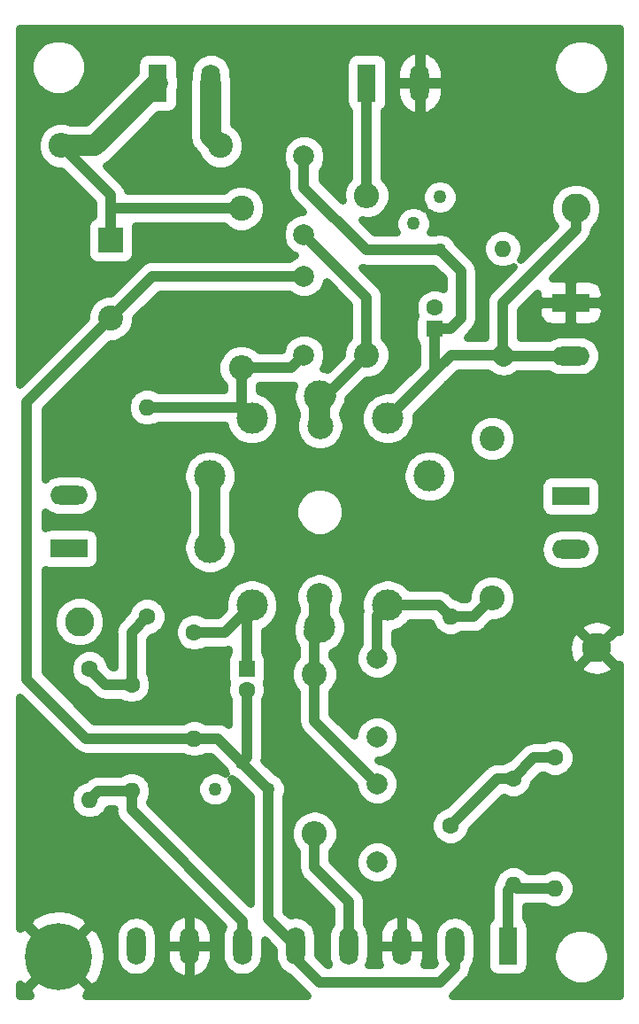
<source format=gbr>
%TF.GenerationSoftware,KiCad,Pcbnew,(5.1.5-0-10_14)*%
%TF.CreationDate,2020-09-13T21:20:46+01:00*%
%TF.ProjectId,PrePCB,50726550-4342-42e6-9b69-6361645f7063,rev?*%
%TF.SameCoordinates,Original*%
%TF.FileFunction,Copper,L2,Bot*%
%TF.FilePolarity,Positive*%
%FSLAX46Y46*%
G04 Gerber Fmt 4.6, Leading zero omitted, Abs format (unit mm)*
G04 Created by KiCad (PCBNEW (5.1.5-0-10_14)) date 2020-09-13 21:20:46*
%MOMM*%
%LPD*%
G04 APERTURE LIST*
%ADD10C,3.000000*%
%ADD11C,2.500000*%
%ADD12C,2.000000*%
%ADD13R,2.400000X2.400000*%
%ADD14C,2.400000*%
%ADD15C,1.600000*%
%ADD16O,1.600000X1.600000*%
%ADD17C,6.400000*%
%ADD18C,1.260000*%
%ADD19C,2.800000*%
%ADD20R,1.800000X3.600000*%
%ADD21O,1.800000X3.600000*%
%ADD22R,3.600000X1.800000*%
%ADD23O,3.600000X1.800000*%
%ADD24R,1.600000X1.600000*%
%ADD25O,2.400000X2.400000*%
%ADD26C,1.000000*%
%ADD27C,2.000000*%
%ADD28C,0.800000*%
G04 APERTURE END LIST*
D10*
X208989435Y-113931484D03*
X202500041Y-116040367D03*
X196010602Y-113931820D03*
X192000019Y-108411708D03*
X191999956Y-101588329D03*
X196010688Y-96068136D03*
X202499959Y-93959633D03*
X208989398Y-96068180D03*
X212999981Y-101588292D03*
D11*
X202498210Y-113095678D03*
X202532691Y-96809217D03*
D12*
X201000000Y-90000000D03*
X201000000Y-82500000D03*
D13*
X182500000Y-79000000D03*
D14*
X182500000Y-86500000D03*
D15*
X225000000Y-128500000D03*
D16*
X225000000Y-141000000D03*
D15*
X186000000Y-115000000D03*
D16*
X186000000Y-95000000D03*
D15*
X180500000Y-120000000D03*
D16*
X180500000Y-132500000D03*
D12*
X208000000Y-119000000D03*
X208000000Y-126500000D03*
D15*
X215000000Y-135000000D03*
D16*
X215000000Y-115000000D03*
D17*
X177500000Y-147500000D03*
D12*
X201000000Y-71000000D03*
X201000000Y-78500000D03*
X208000000Y-131000000D03*
X208000000Y-138500000D03*
D15*
X220000000Y-90000000D03*
D16*
X220000000Y-79840000D03*
D15*
X184500000Y-121500000D03*
D16*
X184500000Y-131660000D03*
D15*
X190500000Y-116500000D03*
D16*
X190500000Y-126660000D03*
D15*
X221000000Y-130500000D03*
D16*
X221000000Y-140660000D03*
D18*
X214000000Y-74920000D03*
X211460000Y-77460000D03*
X214000000Y-80000000D03*
X197580000Y-131500000D03*
X195040000Y-128960000D03*
X192500000Y-131500000D03*
D19*
X227000000Y-76000000D03*
X179500000Y-115500000D03*
X229000000Y-118000000D03*
D20*
X207000000Y-64000000D03*
D21*
X212080000Y-64000000D03*
D22*
X226500000Y-103500000D03*
D23*
X226500000Y-108580000D03*
D22*
X226500000Y-85000000D03*
D23*
X226500000Y-90080000D03*
D22*
X178500000Y-108500000D03*
D23*
X178500000Y-103420000D03*
D20*
X187000000Y-64000000D03*
D21*
X192080000Y-64000000D03*
D20*
X220500000Y-146500000D03*
D21*
X215420000Y-146500000D03*
X210340000Y-146500000D03*
X205260000Y-146500000D03*
X200180000Y-146500000D03*
X195100000Y-146500000D03*
X190020000Y-146500000D03*
X184940000Y-146500000D03*
D24*
X213500000Y-87500000D03*
D15*
X213500000Y-85500000D03*
D24*
X195500000Y-120000000D03*
D15*
X195500000Y-122000000D03*
D14*
X207000000Y-90000000D03*
D25*
X207000000Y-74760000D03*
D14*
X195000000Y-76000000D03*
D25*
X195000000Y-91240000D03*
D14*
X202000000Y-120500000D03*
D25*
X202000000Y-135740000D03*
D14*
X219000000Y-98000000D03*
D25*
X219000000Y-113240000D03*
D14*
X193000000Y-70000000D03*
D25*
X177760000Y-70000000D03*
D26*
X220000000Y-90000000D02*
X220000000Y-85000000D01*
X227000000Y-78000000D02*
X227000000Y-76000000D01*
X220000000Y-85000000D02*
X227000000Y-78000000D01*
X201000000Y-71000000D02*
X201000000Y-74000000D01*
X207000000Y-80000000D02*
X214000000Y-80000000D01*
X201000000Y-74000000D02*
X207000000Y-80000000D01*
X213500000Y-87500000D02*
X215000000Y-87500000D01*
X216000000Y-82000000D02*
X214000000Y-80000000D01*
X216000000Y-86500000D02*
X216000000Y-82000000D01*
X215000000Y-87500000D02*
X216000000Y-86500000D01*
X220000000Y-90000000D02*
X215057578Y-90000000D01*
X215057578Y-90000000D02*
X213500000Y-91557578D01*
X213500000Y-87500000D02*
X213500000Y-91557578D01*
X213500000Y-91557578D02*
X208989398Y-96068180D01*
X226500000Y-90080000D02*
X220080000Y-90080000D01*
D27*
X220080000Y-90080000D02*
X220000000Y-90000000D01*
D26*
X200180000Y-146500000D02*
X200180000Y-147680000D01*
X200180000Y-147680000D02*
X202500000Y-150000000D01*
X215420000Y-148580000D02*
X215420000Y-146500000D01*
X214000000Y-150000000D02*
X215420000Y-148580000D01*
X202500000Y-150000000D02*
X214000000Y-150000000D01*
X190500000Y-126660000D02*
X180160000Y-126660000D01*
X174500000Y-94500000D02*
X182500000Y-86500000D01*
X174500000Y-121000000D02*
X174500000Y-94500000D01*
X180160000Y-126660000D02*
X174500000Y-121000000D01*
X195040000Y-128960000D02*
X197580000Y-131500000D01*
X195500000Y-122000000D02*
X195500000Y-128500000D01*
X195500000Y-128500000D02*
X195040000Y-128960000D01*
X201000000Y-82500000D02*
X186500000Y-82500000D01*
X186500000Y-82500000D02*
X182500000Y-86500000D01*
X190500000Y-126660000D02*
X192740000Y-126660000D01*
X192740000Y-126660000D02*
X195040000Y-128960000D01*
X197580000Y-131500000D02*
X197580000Y-143900000D01*
X197580000Y-143900000D02*
X200180000Y-146500000D01*
X195000000Y-91240000D02*
X199760000Y-91240000D01*
X199760000Y-91240000D02*
X201000000Y-90000000D01*
X195000000Y-91240000D02*
X195000000Y-95057448D01*
X195000000Y-95057448D02*
X196010688Y-96068136D01*
X186000000Y-95000000D02*
X194942552Y-95000000D01*
X194942552Y-95000000D02*
X196010688Y-96068136D01*
X184500000Y-121500000D02*
X184500000Y-116500000D01*
X184500000Y-116500000D02*
X186000000Y-115000000D01*
X184500000Y-121500000D02*
X182000000Y-121500000D01*
X182000000Y-121500000D02*
X180500000Y-120000000D01*
X195000000Y-76000000D02*
X182500000Y-76000000D01*
D27*
X177760000Y-70000000D02*
X181000000Y-70000000D01*
X181000000Y-70000000D02*
X187000000Y-64000000D01*
D26*
X182500000Y-79000000D02*
X182500000Y-76000000D01*
X182500000Y-76000000D02*
X182500000Y-74740000D01*
X182500000Y-74740000D02*
X177760000Y-70000000D01*
X215000000Y-115000000D02*
X217240000Y-115000000D01*
X217240000Y-115000000D02*
X219000000Y-113240000D01*
X208989435Y-113931484D02*
X213931484Y-113931484D01*
X213931484Y-113931484D02*
X215000000Y-115000000D01*
X208000000Y-119000000D02*
X208000000Y-114920919D01*
X208000000Y-114920919D02*
X208989435Y-113931484D01*
X225000000Y-128500000D02*
X223000000Y-128500000D01*
X223000000Y-128500000D02*
X221000000Y-130500000D01*
X221000000Y-130500000D02*
X219500000Y-130500000D01*
X219500000Y-130500000D02*
X215000000Y-135000000D01*
X207000000Y-64000000D02*
X207000000Y-74760000D01*
X207000000Y-90000000D02*
X207000000Y-84500000D01*
X207000000Y-84500000D02*
X201000000Y-78500000D01*
D27*
X202499959Y-93959633D02*
X203040367Y-93959633D01*
D26*
X203040367Y-93959633D02*
X207000000Y-90000000D01*
D27*
X202499959Y-93959633D02*
X202499959Y-96776485D01*
D26*
X202499959Y-96776485D02*
X202532691Y-96809217D01*
X202000000Y-120500000D02*
X202000000Y-125000000D01*
X202000000Y-125000000D02*
X208000000Y-131000000D01*
X202000000Y-120500000D02*
X202000000Y-116540408D01*
D27*
X202000000Y-116540408D02*
X202500041Y-116040367D01*
X202500041Y-116040367D02*
X202500041Y-113097509D01*
D26*
X202500041Y-113097509D02*
X202498210Y-113095678D01*
X202000000Y-116540408D02*
X202500041Y-116040367D01*
D27*
X192000019Y-108411708D02*
X192000019Y-101588392D01*
X192000019Y-101588392D02*
X191999956Y-101588329D01*
D26*
X184500000Y-131660000D02*
X184500000Y-133500000D01*
X195100000Y-144100000D02*
X195100000Y-146500000D01*
X184500000Y-133500000D02*
X195100000Y-144100000D01*
X184500000Y-131660000D02*
X181340000Y-131660000D01*
X181340000Y-131660000D02*
X180500000Y-132500000D01*
X195500000Y-120000000D02*
X195500000Y-114442422D01*
X195500000Y-114442422D02*
X196010602Y-113931820D01*
X190500000Y-116500000D02*
X193442422Y-116500000D01*
X193442422Y-116500000D02*
X196010602Y-113931820D01*
X220500000Y-146500000D02*
X220500000Y-141160000D01*
X220500000Y-141160000D02*
X221000000Y-140660000D01*
X225000000Y-141000000D02*
X221340000Y-141000000D01*
X221340000Y-141000000D02*
X221000000Y-140660000D01*
X202000000Y-135740000D02*
X202000000Y-139000000D01*
X205260000Y-142260000D02*
X205260000Y-146500000D01*
X202000000Y-139000000D02*
X205260000Y-142260000D01*
D27*
X192080000Y-64000000D02*
X192080000Y-69080000D01*
X192080000Y-69080000D02*
X193000000Y-70000000D01*
D28*
G36*
X231225000Y-116407811D02*
G01*
X230811267Y-116330155D01*
X229141421Y-118000000D01*
X230811267Y-119669845D01*
X231225000Y-119592189D01*
X231225000Y-151225000D01*
X215187057Y-151225000D01*
X215207897Y-151207897D01*
X215261128Y-151143035D01*
X216563036Y-149841127D01*
X216627897Y-149787897D01*
X216737873Y-149653892D01*
X216840336Y-149529040D01*
X216840337Y-149529039D01*
X216998194Y-149233709D01*
X217095402Y-148913258D01*
X217120000Y-148663510D01*
X217120000Y-148663501D01*
X217122765Y-148635424D01*
X217174535Y-148572343D01*
X217369535Y-148207524D01*
X217489615Y-147811672D01*
X217520000Y-147503167D01*
X217520000Y-145496834D01*
X217489615Y-145188328D01*
X217369535Y-144792476D01*
X217320106Y-144700000D01*
X218394194Y-144700000D01*
X218394194Y-148300000D01*
X218417363Y-148535241D01*
X218485981Y-148761442D01*
X218597409Y-148969910D01*
X218747366Y-149152634D01*
X218930090Y-149302591D01*
X219138558Y-149414019D01*
X219364759Y-149482637D01*
X219600000Y-149505806D01*
X221400000Y-149505806D01*
X221635241Y-149482637D01*
X221861442Y-149414019D01*
X222069910Y-149302591D01*
X222252634Y-149152634D01*
X222402591Y-148969910D01*
X222514019Y-148761442D01*
X222582637Y-148535241D01*
X222605806Y-148300000D01*
X222605806Y-147224224D01*
X224700000Y-147224224D01*
X224700000Y-147775776D01*
X224807602Y-148316730D01*
X225018672Y-148826297D01*
X225325098Y-149284896D01*
X225715104Y-149674902D01*
X226173703Y-149981328D01*
X226683270Y-150192398D01*
X227224224Y-150300000D01*
X227775776Y-150300000D01*
X228316730Y-150192398D01*
X228826297Y-149981328D01*
X229284896Y-149674902D01*
X229674902Y-149284896D01*
X229981328Y-148826297D01*
X230192398Y-148316730D01*
X230300000Y-147775776D01*
X230300000Y-147224224D01*
X230192398Y-146683270D01*
X229981328Y-146173703D01*
X229674902Y-145715104D01*
X229284896Y-145325098D01*
X228826297Y-145018672D01*
X228316730Y-144807602D01*
X227775776Y-144700000D01*
X227224224Y-144700000D01*
X226683270Y-144807602D01*
X226173703Y-145018672D01*
X225715104Y-145325098D01*
X225325098Y-145715104D01*
X225018672Y-146173703D01*
X224807602Y-146683270D01*
X224700000Y-147224224D01*
X222605806Y-147224224D01*
X222605806Y-144700000D01*
X222582637Y-144464759D01*
X222514019Y-144238558D01*
X222402591Y-144030090D01*
X222252634Y-143847366D01*
X222200000Y-143804171D01*
X222200000Y-142700000D01*
X223944325Y-142700000D01*
X224052645Y-142772377D01*
X224416622Y-142923141D01*
X224803017Y-143000000D01*
X225196983Y-143000000D01*
X225583378Y-142923141D01*
X225947355Y-142772377D01*
X226274926Y-142553501D01*
X226553501Y-142274926D01*
X226772377Y-141947355D01*
X226923141Y-141583378D01*
X227000000Y-141196983D01*
X227000000Y-140803017D01*
X226923141Y-140416622D01*
X226772377Y-140052645D01*
X226553501Y-139725074D01*
X226274926Y-139446499D01*
X225947355Y-139227623D01*
X225583378Y-139076859D01*
X225196983Y-139000000D01*
X224803017Y-139000000D01*
X224416622Y-139076859D01*
X224052645Y-139227623D01*
X223944325Y-139300000D01*
X222468427Y-139300000D01*
X222274926Y-139106499D01*
X221947355Y-138887623D01*
X221583378Y-138736859D01*
X221196983Y-138660000D01*
X220803017Y-138660000D01*
X220416622Y-138736859D01*
X220052645Y-138887623D01*
X219725074Y-139106499D01*
X219446499Y-139385074D01*
X219227623Y-139712645D01*
X219076859Y-140076622D01*
X219032637Y-140298942D01*
X218921807Y-140506291D01*
X218824599Y-140826742D01*
X218791776Y-141160000D01*
X218800001Y-141243510D01*
X218800001Y-143804170D01*
X218747366Y-143847366D01*
X218597409Y-144030090D01*
X218485981Y-144238558D01*
X218417363Y-144464759D01*
X218394194Y-144700000D01*
X217320106Y-144700000D01*
X217174535Y-144427657D01*
X216912109Y-144107891D01*
X216592343Y-143845465D01*
X216227524Y-143650465D01*
X215831672Y-143530385D01*
X215420000Y-143489839D01*
X215008329Y-143530385D01*
X214612477Y-143650465D01*
X214247658Y-143845465D01*
X213927892Y-144107891D01*
X213665466Y-144427657D01*
X213470466Y-144792476D01*
X213350386Y-145188328D01*
X213320000Y-145496833D01*
X213320000Y-147503166D01*
X213350385Y-147811671D01*
X213451345Y-148144492D01*
X213295837Y-148300000D01*
X212452157Y-148300000D01*
X212576297Y-147946786D01*
X212640000Y-147500000D01*
X212640000Y-146600000D01*
X210440000Y-146600000D01*
X210440000Y-146620000D01*
X210240000Y-146620000D01*
X210240000Y-146600000D01*
X208040000Y-146600000D01*
X208040000Y-147500000D01*
X208103703Y-147946786D01*
X208227843Y-148300000D01*
X207160106Y-148300000D01*
X207209535Y-148207524D01*
X207329615Y-147811672D01*
X207360000Y-147503167D01*
X207360000Y-145500000D01*
X208040000Y-145500000D01*
X208040000Y-146400000D01*
X210240000Y-146400000D01*
X210240000Y-143652566D01*
X210440000Y-143652566D01*
X210440000Y-146400000D01*
X212640000Y-146400000D01*
X212640000Y-145500000D01*
X212576297Y-145053214D01*
X212426655Y-144627440D01*
X212196823Y-144239041D01*
X211895635Y-143902943D01*
X211534665Y-143632062D01*
X211127784Y-143436808D01*
X210798228Y-143346108D01*
X210440000Y-143652566D01*
X210240000Y-143652566D01*
X209881772Y-143346108D01*
X209552216Y-143436808D01*
X209145335Y-143632062D01*
X208784365Y-143902943D01*
X208483177Y-144239041D01*
X208253345Y-144627440D01*
X208103703Y-145053214D01*
X208040000Y-145500000D01*
X207360000Y-145500000D01*
X207360000Y-145496834D01*
X207329615Y-145188328D01*
X207209535Y-144792476D01*
X207014535Y-144427657D01*
X206960000Y-144361206D01*
X206960000Y-142343499D01*
X206968224Y-142259999D01*
X206960000Y-142176499D01*
X206960000Y-142176490D01*
X206935402Y-141926742D01*
X206838194Y-141606291D01*
X206680337Y-141310961D01*
X206624873Y-141243378D01*
X206521131Y-141116968D01*
X206521128Y-141116965D01*
X206467897Y-141052103D01*
X206403036Y-140998873D01*
X203700000Y-138295837D01*
X203700000Y-138283319D01*
X205800000Y-138283319D01*
X205800000Y-138716681D01*
X205884545Y-139141716D01*
X206050385Y-139542091D01*
X206291148Y-139902418D01*
X206597582Y-140208852D01*
X206957909Y-140449615D01*
X207358284Y-140615455D01*
X207783319Y-140700000D01*
X208216681Y-140700000D01*
X208641716Y-140615455D01*
X209042091Y-140449615D01*
X209402418Y-140208852D01*
X209708852Y-139902418D01*
X209949615Y-139542091D01*
X210115455Y-139141716D01*
X210200000Y-138716681D01*
X210200000Y-138283319D01*
X210115455Y-137858284D01*
X209949615Y-137457909D01*
X209708852Y-137097582D01*
X209402418Y-136791148D01*
X209042091Y-136550385D01*
X208641716Y-136384545D01*
X208216681Y-136300000D01*
X207783319Y-136300000D01*
X207358284Y-136384545D01*
X206957909Y-136550385D01*
X206597582Y-136791148D01*
X206291148Y-137097582D01*
X206050385Y-137457909D01*
X205884545Y-137858284D01*
X205800000Y-138283319D01*
X203700000Y-138283319D01*
X203700000Y-137434113D01*
X203864202Y-137269911D01*
X204126853Y-136876826D01*
X204307770Y-136440054D01*
X204400000Y-135976379D01*
X204400000Y-135503621D01*
X204307770Y-135039946D01*
X204209631Y-134803017D01*
X213000000Y-134803017D01*
X213000000Y-135196983D01*
X213076859Y-135583378D01*
X213227623Y-135947355D01*
X213446499Y-136274926D01*
X213725074Y-136553501D01*
X214052645Y-136772377D01*
X214416622Y-136923141D01*
X214803017Y-137000000D01*
X215196983Y-137000000D01*
X215583378Y-136923141D01*
X215947355Y-136772377D01*
X216274926Y-136553501D01*
X216553501Y-136274926D01*
X216772377Y-135947355D01*
X216923141Y-135583378D01*
X216948556Y-135455607D01*
X220108606Y-132295557D01*
X220416622Y-132423141D01*
X220803017Y-132500000D01*
X221196983Y-132500000D01*
X221583378Y-132423141D01*
X221947355Y-132272377D01*
X222274926Y-132053501D01*
X222553501Y-131774926D01*
X222772377Y-131447355D01*
X222923141Y-131083378D01*
X222948556Y-130955607D01*
X223704163Y-130200000D01*
X223944325Y-130200000D01*
X224052645Y-130272377D01*
X224416622Y-130423141D01*
X224803017Y-130500000D01*
X225196983Y-130500000D01*
X225583378Y-130423141D01*
X225947355Y-130272377D01*
X226274926Y-130053501D01*
X226553501Y-129774926D01*
X226772377Y-129447355D01*
X226923141Y-129083378D01*
X227000000Y-128696983D01*
X227000000Y-128303017D01*
X226923141Y-127916622D01*
X226772377Y-127552645D01*
X226553501Y-127225074D01*
X226274926Y-126946499D01*
X225947355Y-126727623D01*
X225583378Y-126576859D01*
X225196983Y-126500000D01*
X224803017Y-126500000D01*
X224416622Y-126576859D01*
X224052645Y-126727623D01*
X223944325Y-126800000D01*
X223083499Y-126800000D01*
X222999999Y-126791776D01*
X222916499Y-126800000D01*
X222916490Y-126800000D01*
X222666742Y-126824598D01*
X222346291Y-126921806D01*
X222300094Y-126946499D01*
X222050960Y-127079663D01*
X221856968Y-127238869D01*
X221856965Y-127238872D01*
X221792103Y-127292103D01*
X221738872Y-127356965D01*
X220544393Y-128551444D01*
X220416622Y-128576859D01*
X220052645Y-128727623D01*
X219944325Y-128800000D01*
X219583499Y-128800000D01*
X219499999Y-128791776D01*
X219416499Y-128800000D01*
X219416490Y-128800000D01*
X219166742Y-128824598D01*
X218846291Y-128921806D01*
X218800094Y-128946499D01*
X218550960Y-129079663D01*
X218356968Y-129238869D01*
X218356965Y-129238872D01*
X218292103Y-129292103D01*
X218238872Y-129356965D01*
X214544393Y-133051444D01*
X214416622Y-133076859D01*
X214052645Y-133227623D01*
X213725074Y-133446499D01*
X213446499Y-133725074D01*
X213227623Y-134052645D01*
X213076859Y-134416622D01*
X213000000Y-134803017D01*
X204209631Y-134803017D01*
X204126853Y-134603174D01*
X203864202Y-134210089D01*
X203529911Y-133875798D01*
X203136826Y-133613147D01*
X202700054Y-133432230D01*
X202236379Y-133340000D01*
X201763621Y-133340000D01*
X201299946Y-133432230D01*
X200863174Y-133613147D01*
X200470089Y-133875798D01*
X200135798Y-134210089D01*
X199873147Y-134603174D01*
X199692230Y-135039946D01*
X199600000Y-135503621D01*
X199600000Y-135976379D01*
X199692230Y-136440054D01*
X199873147Y-136876826D01*
X200135798Y-137269911D01*
X200300001Y-137434114D01*
X200300001Y-138916491D01*
X200291776Y-139000000D01*
X200324599Y-139333258D01*
X200421807Y-139653709D01*
X200579663Y-139949039D01*
X200738868Y-140143031D01*
X200738877Y-140143040D01*
X200792104Y-140207897D01*
X200856961Y-140261124D01*
X203560000Y-142964163D01*
X203560000Y-144361207D01*
X203505466Y-144427657D01*
X203310466Y-144792476D01*
X203190386Y-145188328D01*
X203160000Y-145496833D01*
X203160000Y-147503166D01*
X203190385Y-147811671D01*
X203310465Y-148207523D01*
X203359895Y-148300000D01*
X203204163Y-148300000D01*
X202280000Y-147375837D01*
X202280000Y-145496834D01*
X202249615Y-145188328D01*
X202129535Y-144792476D01*
X201934535Y-144427657D01*
X201672109Y-144107891D01*
X201352343Y-143845465D01*
X200987524Y-143650465D01*
X200591672Y-143530385D01*
X200180000Y-143489839D01*
X199768329Y-143530385D01*
X199650340Y-143566177D01*
X199280000Y-143195837D01*
X199280000Y-132177858D01*
X199339675Y-132033791D01*
X199410000Y-131680239D01*
X199410000Y-131319761D01*
X199339675Y-130966209D01*
X199201725Y-130633170D01*
X199001454Y-130333443D01*
X198746557Y-130078546D01*
X198446830Y-129878275D01*
X198302763Y-129818600D01*
X197188135Y-128703972D01*
X197200000Y-128583510D01*
X197200000Y-128583501D01*
X197208224Y-128500001D01*
X197200000Y-128416501D01*
X197200000Y-123055675D01*
X197272377Y-122947355D01*
X197423141Y-122583378D01*
X197500000Y-122196983D01*
X197500000Y-121803017D01*
X197423141Y-121416622D01*
X197382944Y-121319579D01*
X197414019Y-121261442D01*
X197482637Y-121035241D01*
X197505806Y-120800000D01*
X197505806Y-120263621D01*
X199600000Y-120263621D01*
X199600000Y-120736379D01*
X199692230Y-121200054D01*
X199873147Y-121636826D01*
X200135798Y-122029911D01*
X200300000Y-122194113D01*
X200300001Y-124916490D01*
X200291776Y-125000000D01*
X200324599Y-125333258D01*
X200421807Y-125653709D01*
X200579663Y-125949039D01*
X200738868Y-126143031D01*
X200738877Y-126143040D01*
X200792104Y-126207897D01*
X200856961Y-126261124D01*
X205800000Y-131204163D01*
X205800000Y-131216681D01*
X205884545Y-131641716D01*
X206050385Y-132042091D01*
X206291148Y-132402418D01*
X206597582Y-132708852D01*
X206957909Y-132949615D01*
X207358284Y-133115455D01*
X207783319Y-133200000D01*
X208216681Y-133200000D01*
X208641716Y-133115455D01*
X209042091Y-132949615D01*
X209402418Y-132708852D01*
X209708852Y-132402418D01*
X209949615Y-132042091D01*
X210115455Y-131641716D01*
X210200000Y-131216681D01*
X210200000Y-130783319D01*
X210115455Y-130358284D01*
X209949615Y-129957909D01*
X209708852Y-129597582D01*
X209402418Y-129291148D01*
X209042091Y-129050385D01*
X208641716Y-128884545D01*
X208216681Y-128800000D01*
X208204163Y-128800000D01*
X208104163Y-128700000D01*
X208216681Y-128700000D01*
X208641716Y-128615455D01*
X209042091Y-128449615D01*
X209402418Y-128208852D01*
X209708852Y-127902418D01*
X209949615Y-127542091D01*
X210115455Y-127141716D01*
X210200000Y-126716681D01*
X210200000Y-126283319D01*
X210115455Y-125858284D01*
X209949615Y-125457909D01*
X209708852Y-125097582D01*
X209402418Y-124791148D01*
X209042091Y-124550385D01*
X208641716Y-124384545D01*
X208216681Y-124300000D01*
X207783319Y-124300000D01*
X207358284Y-124384545D01*
X206957909Y-124550385D01*
X206597582Y-124791148D01*
X206291148Y-125097582D01*
X206050385Y-125457909D01*
X205884545Y-125858284D01*
X205800000Y-126283319D01*
X205800000Y-126395837D01*
X203700000Y-124295837D01*
X203700000Y-122194113D01*
X203864202Y-122029911D01*
X204126853Y-121636826D01*
X204307770Y-121200054D01*
X204400000Y-120736379D01*
X204400000Y-120263621D01*
X204307770Y-119799946D01*
X204126853Y-119363174D01*
X203864202Y-118970089D01*
X203700000Y-118805887D01*
X203700000Y-118783319D01*
X205800000Y-118783319D01*
X205800000Y-119216681D01*
X205884545Y-119641716D01*
X206050385Y-120042091D01*
X206291148Y-120402418D01*
X206597582Y-120708852D01*
X206957909Y-120949615D01*
X207358284Y-121115455D01*
X207783319Y-121200000D01*
X208216681Y-121200000D01*
X208641716Y-121115455D01*
X209042091Y-120949615D01*
X209402418Y-120708852D01*
X209708852Y-120402418D01*
X209949615Y-120042091D01*
X210045224Y-119811267D01*
X227330155Y-119811267D01*
X227428185Y-120333549D01*
X227913640Y-120595356D01*
X228440843Y-120757425D01*
X228989533Y-120813528D01*
X229538627Y-120761509D01*
X230067021Y-120603366D01*
X230554410Y-120345177D01*
X230571815Y-120333549D01*
X230669845Y-119811267D01*
X229000000Y-118141421D01*
X227330155Y-119811267D01*
X210045224Y-119811267D01*
X210115455Y-119641716D01*
X210200000Y-119216681D01*
X210200000Y-118783319D01*
X210115455Y-118358284D01*
X209962715Y-117989533D01*
X226186472Y-117989533D01*
X226238491Y-118538627D01*
X226396634Y-119067021D01*
X226654823Y-119554410D01*
X226666451Y-119571815D01*
X227188733Y-119669845D01*
X228858579Y-118000000D01*
X227188733Y-116330155D01*
X226666451Y-116428185D01*
X226404644Y-116913640D01*
X226242575Y-117440843D01*
X226186472Y-117989533D01*
X209962715Y-117989533D01*
X209949615Y-117957909D01*
X209708852Y-117597582D01*
X209700000Y-117588730D01*
X209700000Y-116543040D01*
X209776996Y-116527724D01*
X210268365Y-116324193D01*
X210710585Y-116028711D01*
X211086662Y-115652634D01*
X211100794Y-115631484D01*
X213096785Y-115631484D01*
X213227623Y-115947355D01*
X213446499Y-116274926D01*
X213725074Y-116553501D01*
X214052645Y-116772377D01*
X214416622Y-116923141D01*
X214803017Y-117000000D01*
X215196983Y-117000000D01*
X215583378Y-116923141D01*
X215947355Y-116772377D01*
X216055675Y-116700000D01*
X217156500Y-116700000D01*
X217240000Y-116708224D01*
X217323500Y-116700000D01*
X217323510Y-116700000D01*
X217573258Y-116675402D01*
X217893709Y-116578194D01*
X218189039Y-116420337D01*
X218245958Y-116373625D01*
X218383031Y-116261132D01*
X218383035Y-116261128D01*
X218447897Y-116207897D01*
X218463624Y-116188733D01*
X227330155Y-116188733D01*
X229000000Y-117858579D01*
X230669845Y-116188733D01*
X230571815Y-115666451D01*
X230086360Y-115404644D01*
X229559157Y-115242575D01*
X229010467Y-115186472D01*
X228461373Y-115238491D01*
X227932979Y-115396634D01*
X227445590Y-115654823D01*
X227428185Y-115666451D01*
X227330155Y-116188733D01*
X218463624Y-116188733D01*
X218501131Y-116143032D01*
X219004163Y-115640000D01*
X219236379Y-115640000D01*
X219700054Y-115547770D01*
X220136826Y-115366853D01*
X220529911Y-115104202D01*
X220864202Y-114769911D01*
X221126853Y-114376826D01*
X221307770Y-113940054D01*
X221400000Y-113476379D01*
X221400000Y-113003621D01*
X221307770Y-112539946D01*
X221126853Y-112103174D01*
X220864202Y-111710089D01*
X220529911Y-111375798D01*
X220136826Y-111113147D01*
X219700054Y-110932230D01*
X219236379Y-110840000D01*
X218763621Y-110840000D01*
X218299946Y-110932230D01*
X217863174Y-111113147D01*
X217470089Y-111375798D01*
X217135798Y-111710089D01*
X216873147Y-112103174D01*
X216692230Y-112539946D01*
X216600000Y-113003621D01*
X216600000Y-113235837D01*
X216535837Y-113300000D01*
X216055675Y-113300000D01*
X215947355Y-113227623D01*
X215583378Y-113076859D01*
X215455606Y-113051444D01*
X215192613Y-112788450D01*
X215139381Y-112723587D01*
X215074519Y-112670356D01*
X215074515Y-112670352D01*
X214880523Y-112511147D01*
X214754525Y-112443800D01*
X214585193Y-112353290D01*
X214264742Y-112256082D01*
X214014994Y-112231484D01*
X214014984Y-112231484D01*
X213931484Y-112223260D01*
X213847984Y-112231484D01*
X211100794Y-112231484D01*
X211086662Y-112210334D01*
X210710585Y-111834257D01*
X210268365Y-111538775D01*
X209776996Y-111335244D01*
X209255362Y-111231484D01*
X208723508Y-111231484D01*
X208201874Y-111335244D01*
X207710505Y-111538775D01*
X207268285Y-111834257D01*
X206892208Y-112210334D01*
X206596726Y-112652554D01*
X206393195Y-113143923D01*
X206289435Y-113665557D01*
X206289435Y-114197411D01*
X206350244Y-114503119D01*
X206324599Y-114587661D01*
X206291776Y-114920919D01*
X206300001Y-115004429D01*
X206300000Y-117588730D01*
X206291148Y-117597582D01*
X206050385Y-117957909D01*
X205884545Y-118358284D01*
X205800000Y-118783319D01*
X203700000Y-118783319D01*
X203700000Y-118465787D01*
X203778971Y-118433076D01*
X204221191Y-118137594D01*
X204597268Y-117761517D01*
X204892750Y-117319297D01*
X205096281Y-116827928D01*
X205200041Y-116306294D01*
X205200041Y-115774440D01*
X205096281Y-115252806D01*
X204892750Y-114761437D01*
X204700041Y-114473028D01*
X204700041Y-114182147D01*
X204854058Y-113810317D01*
X204948210Y-113336982D01*
X204948210Y-112854374D01*
X204854058Y-112381039D01*
X204669372Y-111935168D01*
X204401250Y-111533894D01*
X204059994Y-111192638D01*
X203658720Y-110924516D01*
X203212849Y-110739830D01*
X202739514Y-110645678D01*
X202256906Y-110645678D01*
X201783571Y-110739830D01*
X201337700Y-110924516D01*
X200936426Y-111192638D01*
X200595170Y-111533894D01*
X200327048Y-111935168D01*
X200142362Y-112381039D01*
X200048210Y-112854374D01*
X200048210Y-113336982D01*
X200142362Y-113810317D01*
X200300041Y-114190987D01*
X200300041Y-114473028D01*
X200107332Y-114761437D01*
X199903801Y-115252806D01*
X199800041Y-115774440D01*
X199800041Y-116306294D01*
X199808317Y-116347901D01*
X199789357Y-116540408D01*
X199831834Y-116971683D01*
X199957631Y-117386384D01*
X200161917Y-117768576D01*
X200300001Y-117936831D01*
X200300000Y-118805887D01*
X200135798Y-118970089D01*
X199873147Y-119363174D01*
X199692230Y-119799946D01*
X199600000Y-120263621D01*
X197505806Y-120263621D01*
X197505806Y-119200000D01*
X197482637Y-118964759D01*
X197414019Y-118738558D01*
X197302591Y-118530090D01*
X197200000Y-118405082D01*
X197200000Y-116361614D01*
X197289532Y-116324529D01*
X197731752Y-116029047D01*
X198107829Y-115652970D01*
X198403311Y-115210750D01*
X198606842Y-114719381D01*
X198710602Y-114197747D01*
X198710602Y-113665893D01*
X198606842Y-113144259D01*
X198403311Y-112652890D01*
X198107829Y-112210670D01*
X197731752Y-111834593D01*
X197289532Y-111539111D01*
X196798163Y-111335580D01*
X196276529Y-111231820D01*
X195744675Y-111231820D01*
X195223041Y-111335580D01*
X194731672Y-111539111D01*
X194289452Y-111834593D01*
X193913375Y-112210670D01*
X193617893Y-112652890D01*
X193414362Y-113144259D01*
X193310602Y-113665893D01*
X193310602Y-114197747D01*
X193315564Y-114222694D01*
X192738259Y-114800000D01*
X191555675Y-114800000D01*
X191447355Y-114727623D01*
X191083378Y-114576859D01*
X190696983Y-114500000D01*
X190303017Y-114500000D01*
X189916622Y-114576859D01*
X189552645Y-114727623D01*
X189225074Y-114946499D01*
X188946499Y-115225074D01*
X188727623Y-115552645D01*
X188576859Y-115916622D01*
X188500000Y-116303017D01*
X188500000Y-116696983D01*
X188576859Y-117083378D01*
X188727623Y-117447355D01*
X188946499Y-117774926D01*
X189225074Y-118053501D01*
X189552645Y-118272377D01*
X189916622Y-118423141D01*
X190303017Y-118500000D01*
X190696983Y-118500000D01*
X191083378Y-118423141D01*
X191447355Y-118272377D01*
X191555675Y-118200000D01*
X193358922Y-118200000D01*
X193442422Y-118208224D01*
X193525922Y-118200000D01*
X193525932Y-118200000D01*
X193775680Y-118175402D01*
X193800000Y-118168024D01*
X193800000Y-118405082D01*
X193697409Y-118530090D01*
X193585981Y-118738558D01*
X193517363Y-118964759D01*
X193494194Y-119200000D01*
X193494194Y-120800000D01*
X193517363Y-121035241D01*
X193585981Y-121261442D01*
X193617056Y-121319579D01*
X193576859Y-121416622D01*
X193500000Y-121803017D01*
X193500000Y-122196983D01*
X193576859Y-122583378D01*
X193727623Y-122947355D01*
X193800000Y-123055675D01*
X193800001Y-125330727D01*
X193689039Y-125239663D01*
X193393709Y-125081806D01*
X193073258Y-124984598D01*
X192823510Y-124960000D01*
X192823500Y-124960000D01*
X192740000Y-124951776D01*
X192656500Y-124960000D01*
X191555675Y-124960000D01*
X191447355Y-124887623D01*
X191083378Y-124736859D01*
X190696983Y-124660000D01*
X190303017Y-124660000D01*
X189916622Y-124736859D01*
X189552645Y-124887623D01*
X189444325Y-124960000D01*
X180864163Y-124960000D01*
X176200000Y-120295837D01*
X176200000Y-119803017D01*
X178500000Y-119803017D01*
X178500000Y-120196983D01*
X178576859Y-120583378D01*
X178727623Y-120947355D01*
X178946499Y-121274926D01*
X179225074Y-121553501D01*
X179552645Y-121772377D01*
X179916622Y-121923141D01*
X180044393Y-121948556D01*
X180738872Y-122643035D01*
X180792103Y-122707897D01*
X180856965Y-122761128D01*
X180856968Y-122761131D01*
X180913798Y-122807770D01*
X181050961Y-122920337D01*
X181346291Y-123078194D01*
X181666742Y-123175402D01*
X181916490Y-123200000D01*
X181916499Y-123200000D01*
X181999999Y-123208224D01*
X182083499Y-123200000D01*
X183444325Y-123200000D01*
X183552645Y-123272377D01*
X183916622Y-123423141D01*
X184303017Y-123500000D01*
X184696983Y-123500000D01*
X185083378Y-123423141D01*
X185447355Y-123272377D01*
X185774926Y-123053501D01*
X186053501Y-122774926D01*
X186272377Y-122447355D01*
X186423141Y-122083378D01*
X186500000Y-121696983D01*
X186500000Y-121303017D01*
X186423141Y-120916622D01*
X186272377Y-120552645D01*
X186200000Y-120444325D01*
X186200000Y-117204163D01*
X186455607Y-116948556D01*
X186583378Y-116923141D01*
X186947355Y-116772377D01*
X187274926Y-116553501D01*
X187553501Y-116274926D01*
X187772377Y-115947355D01*
X187923141Y-115583378D01*
X188000000Y-115196983D01*
X188000000Y-114803017D01*
X187923141Y-114416622D01*
X187772377Y-114052645D01*
X187553501Y-113725074D01*
X187274926Y-113446499D01*
X186947355Y-113227623D01*
X186583378Y-113076859D01*
X186196983Y-113000000D01*
X185803017Y-113000000D01*
X185416622Y-113076859D01*
X185052645Y-113227623D01*
X184725074Y-113446499D01*
X184446499Y-113725074D01*
X184227623Y-114052645D01*
X184076859Y-114416622D01*
X184051444Y-114544393D01*
X183356961Y-115238876D01*
X183292104Y-115292103D01*
X183238877Y-115356960D01*
X183238868Y-115356969D01*
X183079663Y-115550961D01*
X182921807Y-115846291D01*
X182824599Y-116166742D01*
X182791776Y-116500000D01*
X182800001Y-116583510D01*
X182800000Y-119800000D01*
X182704163Y-119800000D01*
X182448556Y-119544393D01*
X182423141Y-119416622D01*
X182272377Y-119052645D01*
X182053501Y-118725074D01*
X181774926Y-118446499D01*
X181447355Y-118227623D01*
X181083378Y-118076859D01*
X180696983Y-118000000D01*
X180303017Y-118000000D01*
X179916622Y-118076859D01*
X179552645Y-118227623D01*
X179225074Y-118446499D01*
X178946499Y-118725074D01*
X178727623Y-119052645D01*
X178576859Y-119416622D01*
X178500000Y-119803017D01*
X176200000Y-119803017D01*
X176200000Y-115243922D01*
X176900000Y-115243922D01*
X176900000Y-115756078D01*
X176999917Y-116258392D01*
X177195910Y-116731562D01*
X177480448Y-117157403D01*
X177842597Y-117519552D01*
X178268438Y-117804090D01*
X178741608Y-118000083D01*
X179243922Y-118100000D01*
X179756078Y-118100000D01*
X180258392Y-118000083D01*
X180731562Y-117804090D01*
X181157403Y-117519552D01*
X181519552Y-117157403D01*
X181804090Y-116731562D01*
X182000083Y-116258392D01*
X182100000Y-115756078D01*
X182100000Y-115243922D01*
X182000083Y-114741608D01*
X181804090Y-114268438D01*
X181519552Y-113842597D01*
X181157403Y-113480448D01*
X180731562Y-113195910D01*
X180258392Y-112999917D01*
X179756078Y-112900000D01*
X179243922Y-112900000D01*
X178741608Y-112999917D01*
X178268438Y-113195910D01*
X177842597Y-113480448D01*
X177480448Y-113842597D01*
X177195910Y-114268438D01*
X176999917Y-114741608D01*
X176900000Y-115243922D01*
X176200000Y-115243922D01*
X176200000Y-110493409D01*
X176238558Y-110514019D01*
X176464759Y-110582637D01*
X176700000Y-110605806D01*
X180300000Y-110605806D01*
X180535241Y-110582637D01*
X180761442Y-110514019D01*
X180969910Y-110402591D01*
X181152634Y-110252634D01*
X181302591Y-110069910D01*
X181414019Y-109861442D01*
X181482637Y-109635241D01*
X181505806Y-109400000D01*
X181505806Y-107600000D01*
X181482637Y-107364759D01*
X181414019Y-107138558D01*
X181302591Y-106930090D01*
X181152634Y-106747366D01*
X180969910Y-106597409D01*
X180761442Y-106485981D01*
X180535241Y-106417363D01*
X180300000Y-106394194D01*
X176700000Y-106394194D01*
X176464759Y-106417363D01*
X176238558Y-106485981D01*
X176200000Y-106506591D01*
X176200000Y-104987701D01*
X176427657Y-105174535D01*
X176792476Y-105369535D01*
X177188328Y-105489615D01*
X177496833Y-105520000D01*
X179503167Y-105520000D01*
X179811672Y-105489615D01*
X180207524Y-105369535D01*
X180572343Y-105174535D01*
X180892109Y-104912109D01*
X181154535Y-104592343D01*
X181349535Y-104227524D01*
X181469615Y-103831672D01*
X181510161Y-103420000D01*
X181469615Y-103008328D01*
X181349535Y-102612476D01*
X181154535Y-102247657D01*
X180892109Y-101927891D01*
X180572343Y-101665465D01*
X180207524Y-101470465D01*
X179811672Y-101350385D01*
X179527555Y-101322402D01*
X189299956Y-101322402D01*
X189299956Y-101854256D01*
X189403716Y-102375890D01*
X189607247Y-102867259D01*
X189800020Y-103155764D01*
X189800019Y-106844368D01*
X189607310Y-107132778D01*
X189403779Y-107624147D01*
X189300019Y-108145781D01*
X189300019Y-108677635D01*
X189403779Y-109199269D01*
X189607310Y-109690638D01*
X189902792Y-110132858D01*
X190278869Y-110508935D01*
X190721089Y-110804417D01*
X191212458Y-111007948D01*
X191734092Y-111111708D01*
X192265946Y-111111708D01*
X192787580Y-111007948D01*
X193278949Y-110804417D01*
X193721169Y-110508935D01*
X194097246Y-110132858D01*
X194392728Y-109690638D01*
X194596259Y-109199269D01*
X194700019Y-108677635D01*
X194700019Y-108580000D01*
X223489839Y-108580000D01*
X223530385Y-108991672D01*
X223650465Y-109387524D01*
X223845465Y-109752343D01*
X224107891Y-110072109D01*
X224427657Y-110334535D01*
X224792476Y-110529535D01*
X225188328Y-110649615D01*
X225496833Y-110680000D01*
X227503167Y-110680000D01*
X227811672Y-110649615D01*
X228207524Y-110529535D01*
X228572343Y-110334535D01*
X228892109Y-110072109D01*
X229154535Y-109752343D01*
X229349535Y-109387524D01*
X229469615Y-108991672D01*
X229510161Y-108580000D01*
X229469615Y-108168328D01*
X229349535Y-107772476D01*
X229154535Y-107407657D01*
X228892109Y-107087891D01*
X228572343Y-106825465D01*
X228207524Y-106630465D01*
X227811672Y-106510385D01*
X227503167Y-106480000D01*
X225496833Y-106480000D01*
X225188328Y-106510385D01*
X224792476Y-106630465D01*
X224427657Y-106825465D01*
X224107891Y-107087891D01*
X223845465Y-107407657D01*
X223650465Y-107772476D01*
X223530385Y-108168328D01*
X223489839Y-108580000D01*
X194700019Y-108580000D01*
X194700019Y-108145781D01*
X194596259Y-107624147D01*
X194392728Y-107132778D01*
X194200019Y-106844369D01*
X194200019Y-104758696D01*
X200050000Y-104758696D01*
X200050000Y-105241304D01*
X200144152Y-105714639D01*
X200328838Y-106160510D01*
X200596960Y-106561784D01*
X200938216Y-106903040D01*
X201339490Y-107171162D01*
X201785361Y-107355848D01*
X202258696Y-107450000D01*
X202741304Y-107450000D01*
X203214639Y-107355848D01*
X203660510Y-107171162D01*
X204061784Y-106903040D01*
X204403040Y-106561784D01*
X204671162Y-106160510D01*
X204855848Y-105714639D01*
X204950000Y-105241304D01*
X204950000Y-104758696D01*
X204855848Y-104285361D01*
X204671162Y-103839490D01*
X204403040Y-103438216D01*
X204061784Y-103096960D01*
X203660510Y-102828838D01*
X203214639Y-102644152D01*
X202741304Y-102550000D01*
X202258696Y-102550000D01*
X201785361Y-102644152D01*
X201339490Y-102828838D01*
X200938216Y-103096960D01*
X200596960Y-103438216D01*
X200328838Y-103839490D01*
X200144152Y-104285361D01*
X200050000Y-104758696D01*
X194200019Y-104758696D01*
X194200019Y-103155574D01*
X194392665Y-102867259D01*
X194596196Y-102375890D01*
X194699956Y-101854256D01*
X194699956Y-101322402D01*
X194699949Y-101322365D01*
X210299981Y-101322365D01*
X210299981Y-101854219D01*
X210403741Y-102375853D01*
X210607272Y-102867222D01*
X210902754Y-103309442D01*
X211278831Y-103685519D01*
X211721051Y-103981001D01*
X212212420Y-104184532D01*
X212734054Y-104288292D01*
X213265908Y-104288292D01*
X213787542Y-104184532D01*
X214278911Y-103981001D01*
X214721131Y-103685519D01*
X215097208Y-103309442D01*
X215392690Y-102867222D01*
X215503376Y-102600000D01*
X223494194Y-102600000D01*
X223494194Y-104400000D01*
X223517363Y-104635241D01*
X223585981Y-104861442D01*
X223697409Y-105069910D01*
X223847366Y-105252634D01*
X224030090Y-105402591D01*
X224238558Y-105514019D01*
X224464759Y-105582637D01*
X224700000Y-105605806D01*
X228300000Y-105605806D01*
X228535241Y-105582637D01*
X228761442Y-105514019D01*
X228969910Y-105402591D01*
X229152634Y-105252634D01*
X229302591Y-105069910D01*
X229414019Y-104861442D01*
X229482637Y-104635241D01*
X229505806Y-104400000D01*
X229505806Y-102600000D01*
X229482637Y-102364759D01*
X229414019Y-102138558D01*
X229302591Y-101930090D01*
X229152634Y-101747366D01*
X228969910Y-101597409D01*
X228761442Y-101485981D01*
X228535241Y-101417363D01*
X228300000Y-101394194D01*
X224700000Y-101394194D01*
X224464759Y-101417363D01*
X224238558Y-101485981D01*
X224030090Y-101597409D01*
X223847366Y-101747366D01*
X223697409Y-101930090D01*
X223585981Y-102138558D01*
X223517363Y-102364759D01*
X223494194Y-102600000D01*
X215503376Y-102600000D01*
X215596221Y-102375853D01*
X215699981Y-101854219D01*
X215699981Y-101322365D01*
X215596221Y-100800731D01*
X215392690Y-100309362D01*
X215097208Y-99867142D01*
X214721131Y-99491065D01*
X214278911Y-99195583D01*
X213787542Y-98992052D01*
X213265908Y-98888292D01*
X212734054Y-98888292D01*
X212212420Y-98992052D01*
X211721051Y-99195583D01*
X211278831Y-99491065D01*
X210902754Y-99867142D01*
X210607272Y-100309362D01*
X210403741Y-100800731D01*
X210299981Y-101322365D01*
X194699949Y-101322365D01*
X194596196Y-100800768D01*
X194392665Y-100309399D01*
X194097183Y-99867179D01*
X193721106Y-99491102D01*
X193278886Y-99195620D01*
X192787517Y-98992089D01*
X192265883Y-98888329D01*
X191734029Y-98888329D01*
X191212395Y-98992089D01*
X190721026Y-99195620D01*
X190278806Y-99491102D01*
X189902729Y-99867179D01*
X189607247Y-100309399D01*
X189403716Y-100800768D01*
X189299956Y-101322402D01*
X179527555Y-101322402D01*
X179503167Y-101320000D01*
X177496833Y-101320000D01*
X177188328Y-101350385D01*
X176792476Y-101470465D01*
X176427657Y-101665465D01*
X176200000Y-101852299D01*
X176200000Y-95204163D01*
X182504163Y-88900000D01*
X182736379Y-88900000D01*
X183200054Y-88807770D01*
X183636826Y-88626853D01*
X184029911Y-88364202D01*
X184364202Y-88029911D01*
X184626853Y-87636826D01*
X184807770Y-87200054D01*
X184900000Y-86736379D01*
X184900000Y-86504163D01*
X187204163Y-84200000D01*
X199588730Y-84200000D01*
X199597582Y-84208852D01*
X199957909Y-84449615D01*
X200358284Y-84615455D01*
X200783319Y-84700000D01*
X201216681Y-84700000D01*
X201641716Y-84615455D01*
X202042091Y-84449615D01*
X202402418Y-84208852D01*
X202708852Y-83902418D01*
X202949615Y-83542091D01*
X203115455Y-83141716D01*
X203135712Y-83039875D01*
X205300001Y-85204164D01*
X205300000Y-88305887D01*
X205135798Y-88470089D01*
X204873147Y-88863174D01*
X204692230Y-89299946D01*
X204600000Y-89763621D01*
X204600000Y-89995837D01*
X203241582Y-91354255D01*
X202799756Y-91266370D01*
X202949615Y-91042091D01*
X203115455Y-90641716D01*
X203200000Y-90216681D01*
X203200000Y-89783319D01*
X203115455Y-89358284D01*
X202949615Y-88957909D01*
X202708852Y-88597582D01*
X202402418Y-88291148D01*
X202042091Y-88050385D01*
X201641716Y-87884545D01*
X201216681Y-87800000D01*
X200783319Y-87800000D01*
X200358284Y-87884545D01*
X199957909Y-88050385D01*
X199597582Y-88291148D01*
X199291148Y-88597582D01*
X199050385Y-88957909D01*
X198884545Y-89358284D01*
X198848399Y-89540000D01*
X196694113Y-89540000D01*
X196529911Y-89375798D01*
X196136826Y-89113147D01*
X195700054Y-88932230D01*
X195236379Y-88840000D01*
X194763621Y-88840000D01*
X194299946Y-88932230D01*
X193863174Y-89113147D01*
X193470089Y-89375798D01*
X193135798Y-89710089D01*
X192873147Y-90103174D01*
X192692230Y-90539946D01*
X192600000Y-91003621D01*
X192600000Y-91476379D01*
X192692230Y-91940054D01*
X192873147Y-92376826D01*
X193135798Y-92769911D01*
X193300000Y-92934113D01*
X193300001Y-93300000D01*
X187055675Y-93300000D01*
X186947355Y-93227623D01*
X186583378Y-93076859D01*
X186196983Y-93000000D01*
X185803017Y-93000000D01*
X185416622Y-93076859D01*
X185052645Y-93227623D01*
X184725074Y-93446499D01*
X184446499Y-93725074D01*
X184227623Y-94052645D01*
X184076859Y-94416622D01*
X184000000Y-94803017D01*
X184000000Y-95196983D01*
X184076859Y-95583378D01*
X184227623Y-95947355D01*
X184446499Y-96274926D01*
X184725074Y-96553501D01*
X185052645Y-96772377D01*
X185416622Y-96923141D01*
X185803017Y-97000000D01*
X186196983Y-97000000D01*
X186583378Y-96923141D01*
X186947355Y-96772377D01*
X187055675Y-96700000D01*
X193383478Y-96700000D01*
X193414448Y-96855697D01*
X193617979Y-97347066D01*
X193913461Y-97789286D01*
X194289538Y-98165363D01*
X194731758Y-98460845D01*
X195223127Y-98664376D01*
X195744761Y-98768136D01*
X196276615Y-98768136D01*
X196798249Y-98664376D01*
X197289618Y-98460845D01*
X197731838Y-98165363D01*
X198107915Y-97789286D01*
X198403397Y-97347066D01*
X198606928Y-96855697D01*
X198710688Y-96334063D01*
X198710688Y-95802209D01*
X198606928Y-95280575D01*
X198403397Y-94789206D01*
X198107915Y-94346986D01*
X197731838Y-93970909D01*
X197289618Y-93675427D01*
X196798249Y-93471896D01*
X196700000Y-93452353D01*
X196700000Y-92940000D01*
X199676500Y-92940000D01*
X199760000Y-92948224D01*
X199843500Y-92940000D01*
X199843510Y-92940000D01*
X200006495Y-92923947D01*
X199903719Y-93172072D01*
X199799959Y-93693706D01*
X199799959Y-94225560D01*
X199903719Y-94747194D01*
X200107250Y-95238563D01*
X200299959Y-95526972D01*
X200299959Y-95797350D01*
X200176843Y-96094578D01*
X200082691Y-96567913D01*
X200082691Y-97050521D01*
X200176843Y-97523856D01*
X200361529Y-97969727D01*
X200629651Y-98371001D01*
X200970907Y-98712257D01*
X201372181Y-98980379D01*
X201818052Y-99165065D01*
X202291387Y-99259217D01*
X202773995Y-99259217D01*
X203247330Y-99165065D01*
X203693201Y-98980379D01*
X204094475Y-98712257D01*
X204435731Y-98371001D01*
X204703853Y-97969727D01*
X204888539Y-97523856D01*
X204982691Y-97050521D01*
X204982691Y-96567913D01*
X204888539Y-96094578D01*
X204703853Y-95648707D01*
X204699959Y-95642879D01*
X204699959Y-95526972D01*
X204892668Y-95238563D01*
X205035045Y-94894833D01*
X205082736Y-94805610D01*
X205208534Y-94390908D01*
X205229869Y-94174294D01*
X207004163Y-92400000D01*
X207236379Y-92400000D01*
X207700054Y-92307770D01*
X208136826Y-92126853D01*
X208529911Y-91864202D01*
X208864202Y-91529911D01*
X209126853Y-91136826D01*
X209307770Y-90700054D01*
X209400000Y-90236379D01*
X209400000Y-89763621D01*
X209307770Y-89299946D01*
X209126853Y-88863174D01*
X208864202Y-88470089D01*
X208700000Y-88305887D01*
X208700000Y-84583499D01*
X208708224Y-84499999D01*
X208700000Y-84416499D01*
X208700000Y-84416490D01*
X208675402Y-84166742D01*
X208578194Y-83846291D01*
X208420337Y-83550961D01*
X208336692Y-83449040D01*
X208261131Y-83356968D01*
X208261128Y-83356965D01*
X208207897Y-83292103D01*
X208143035Y-83238872D01*
X206541605Y-81637442D01*
X206666742Y-81675402D01*
X206916490Y-81700000D01*
X206916499Y-81700000D01*
X206999999Y-81708224D01*
X207083499Y-81700000D01*
X213295837Y-81700000D01*
X214300001Y-82704164D01*
X214300001Y-83666587D01*
X214083378Y-83576859D01*
X213696983Y-83500000D01*
X213303017Y-83500000D01*
X212916622Y-83576859D01*
X212552645Y-83727623D01*
X212225074Y-83946499D01*
X211946499Y-84225074D01*
X211727623Y-84552645D01*
X211576859Y-84916622D01*
X211500000Y-85303017D01*
X211500000Y-85696983D01*
X211576859Y-86083378D01*
X211617056Y-86180421D01*
X211585981Y-86238558D01*
X211517363Y-86464759D01*
X211494194Y-86700000D01*
X211494194Y-88300000D01*
X211517363Y-88535241D01*
X211585981Y-88761442D01*
X211697409Y-88969910D01*
X211800000Y-89094919D01*
X211800001Y-90853414D01*
X209280273Y-93373142D01*
X209255325Y-93368180D01*
X208723471Y-93368180D01*
X208201837Y-93471940D01*
X207710468Y-93675471D01*
X207268248Y-93970953D01*
X206892171Y-94347030D01*
X206596689Y-94789250D01*
X206393158Y-95280619D01*
X206289398Y-95802253D01*
X206289398Y-96334107D01*
X206393158Y-96855741D01*
X206596689Y-97347110D01*
X206892171Y-97789330D01*
X207268248Y-98165407D01*
X207710468Y-98460889D01*
X208201837Y-98664420D01*
X208723471Y-98768180D01*
X209255325Y-98768180D01*
X209776959Y-98664420D01*
X210268328Y-98460889D01*
X210710548Y-98165407D01*
X211086625Y-97789330D01*
X211103803Y-97763621D01*
X216600000Y-97763621D01*
X216600000Y-98236379D01*
X216692230Y-98700054D01*
X216873147Y-99136826D01*
X217135798Y-99529911D01*
X217470089Y-99864202D01*
X217863174Y-100126853D01*
X218299946Y-100307770D01*
X218763621Y-100400000D01*
X219236379Y-100400000D01*
X219700054Y-100307770D01*
X220136826Y-100126853D01*
X220529911Y-99864202D01*
X220864202Y-99529911D01*
X221126853Y-99136826D01*
X221307770Y-98700054D01*
X221400000Y-98236379D01*
X221400000Y-97763621D01*
X221307770Y-97299946D01*
X221126853Y-96863174D01*
X220864202Y-96470089D01*
X220529911Y-96135798D01*
X220136826Y-95873147D01*
X219700054Y-95692230D01*
X219236379Y-95600000D01*
X218763621Y-95600000D01*
X218299946Y-95692230D01*
X217863174Y-95873147D01*
X217470089Y-96135798D01*
X217135798Y-96470089D01*
X216873147Y-96863174D01*
X216692230Y-97299946D01*
X216600000Y-97763621D01*
X211103803Y-97763621D01*
X211382107Y-97347110D01*
X211585638Y-96855741D01*
X211689398Y-96334107D01*
X211689398Y-95802253D01*
X211684436Y-95777305D01*
X214643035Y-92818706D01*
X214707897Y-92765475D01*
X214761128Y-92700613D01*
X215761741Y-91700000D01*
X218588732Y-91700000D01*
X218600783Y-91712051D01*
X218851832Y-91918083D01*
X219234024Y-92122368D01*
X219648725Y-92248166D01*
X220079999Y-92290643D01*
X220511274Y-92248166D01*
X220925976Y-92122368D01*
X221308168Y-91918083D01*
X221476422Y-91780000D01*
X224361206Y-91780000D01*
X224427657Y-91834535D01*
X224792476Y-92029535D01*
X225188328Y-92149615D01*
X225496833Y-92180000D01*
X227503167Y-92180000D01*
X227811672Y-92149615D01*
X228207524Y-92029535D01*
X228572343Y-91834535D01*
X228892109Y-91572109D01*
X229154535Y-91252343D01*
X229349535Y-90887524D01*
X229469615Y-90491672D01*
X229510161Y-90080000D01*
X229469615Y-89668328D01*
X229349535Y-89272476D01*
X229154535Y-88907657D01*
X228892109Y-88587891D01*
X228572343Y-88325465D01*
X228207524Y-88130465D01*
X227811672Y-88010385D01*
X227503167Y-87980000D01*
X225496833Y-87980000D01*
X225188328Y-88010385D01*
X224792476Y-88130465D01*
X224427657Y-88325465D01*
X224361206Y-88380000D01*
X221700000Y-88380000D01*
X221700000Y-85900000D01*
X223293226Y-85900000D01*
X223320257Y-86174448D01*
X223400310Y-86438349D01*
X223530310Y-86681562D01*
X223705261Y-86894739D01*
X223918438Y-87069690D01*
X224161651Y-87199690D01*
X224425552Y-87279743D01*
X224700000Y-87306774D01*
X226050000Y-87300000D01*
X226400000Y-86950000D01*
X226400000Y-85100000D01*
X226600000Y-85100000D01*
X226600000Y-86950000D01*
X226950000Y-87300000D01*
X228300000Y-87306774D01*
X228574448Y-87279743D01*
X228838349Y-87199690D01*
X229081562Y-87069690D01*
X229294739Y-86894739D01*
X229469690Y-86681562D01*
X229599690Y-86438349D01*
X229679743Y-86174448D01*
X229706774Y-85900000D01*
X229700000Y-85450000D01*
X229350000Y-85100000D01*
X226600000Y-85100000D01*
X226400000Y-85100000D01*
X223650000Y-85100000D01*
X223300000Y-85450000D01*
X223293226Y-85900000D01*
X221700000Y-85900000D01*
X221700000Y-85704163D01*
X223293388Y-84110775D01*
X223300000Y-84550000D01*
X223650000Y-84900000D01*
X226400000Y-84900000D01*
X226400000Y-83050000D01*
X226600000Y-83050000D01*
X226600000Y-84900000D01*
X229350000Y-84900000D01*
X229700000Y-84550000D01*
X229706774Y-84100000D01*
X229679743Y-83825552D01*
X229599690Y-83561651D01*
X229469690Y-83318438D01*
X229294739Y-83105261D01*
X229081562Y-82930310D01*
X228838349Y-82800310D01*
X228574448Y-82720257D01*
X228300000Y-82693226D01*
X226950000Y-82700000D01*
X226600000Y-83050000D01*
X226400000Y-83050000D01*
X226050000Y-82700000D01*
X224710882Y-82693281D01*
X228143036Y-79261127D01*
X228207897Y-79207897D01*
X228261128Y-79143035D01*
X228261132Y-79143031D01*
X228420337Y-78949040D01*
X228504713Y-78791183D01*
X228578194Y-78653709D01*
X228675402Y-78333258D01*
X228700000Y-78083510D01*
X228700000Y-78083500D01*
X228708224Y-78000000D01*
X228705420Y-77971535D01*
X229019552Y-77657403D01*
X229304090Y-77231562D01*
X229500083Y-76758392D01*
X229600000Y-76256078D01*
X229600000Y-75743922D01*
X229500083Y-75241608D01*
X229304090Y-74768438D01*
X229019552Y-74342597D01*
X228657403Y-73980448D01*
X228231562Y-73695910D01*
X227758392Y-73499917D01*
X227256078Y-73400000D01*
X226743922Y-73400000D01*
X226241608Y-73499917D01*
X225768438Y-73695910D01*
X225342597Y-73980448D01*
X224980448Y-74342597D01*
X224695910Y-74768438D01*
X224499917Y-75241608D01*
X224400000Y-75743922D01*
X224400000Y-76256078D01*
X224499917Y-76758392D01*
X224695910Y-77231562D01*
X224963620Y-77632217D01*
X221699673Y-80896164D01*
X221772377Y-80787355D01*
X221923141Y-80423378D01*
X222000000Y-80036983D01*
X222000000Y-79643017D01*
X221923141Y-79256622D01*
X221772377Y-78892645D01*
X221553501Y-78565074D01*
X221274926Y-78286499D01*
X220947355Y-78067623D01*
X220583378Y-77916859D01*
X220196983Y-77840000D01*
X219803017Y-77840000D01*
X219416622Y-77916859D01*
X219052645Y-78067623D01*
X218725074Y-78286499D01*
X218446499Y-78565074D01*
X218227623Y-78892645D01*
X218076859Y-79256622D01*
X218000000Y-79643017D01*
X218000000Y-80036983D01*
X218076859Y-80423378D01*
X218227623Y-80787355D01*
X218446499Y-81114926D01*
X218725074Y-81393501D01*
X219052645Y-81612377D01*
X219416622Y-81763141D01*
X219803017Y-81840000D01*
X220196983Y-81840000D01*
X220583378Y-81763141D01*
X220947355Y-81612377D01*
X221056164Y-81539673D01*
X218856961Y-83738876D01*
X218792104Y-83792103D01*
X218738877Y-83856960D01*
X218738868Y-83856969D01*
X218579663Y-84050961D01*
X218421807Y-84346291D01*
X218324599Y-84666742D01*
X218291776Y-85000000D01*
X218300001Y-85083510D01*
X218300000Y-88300000D01*
X216604163Y-88300000D01*
X217143031Y-87761131D01*
X217207897Y-87707897D01*
X217420337Y-87449039D01*
X217500000Y-87300000D01*
X217578194Y-87153710D01*
X217675402Y-86833258D01*
X217681147Y-86774926D01*
X217700000Y-86583510D01*
X217700000Y-86583502D01*
X217708224Y-86500000D01*
X217700000Y-86416498D01*
X217700000Y-82083499D01*
X217708224Y-81999999D01*
X217700000Y-81916499D01*
X217700000Y-81916490D01*
X217675402Y-81666742D01*
X217578194Y-81346291D01*
X217482124Y-81166557D01*
X217420337Y-81050960D01*
X217261131Y-80856968D01*
X217261128Y-80856965D01*
X217207897Y-80792103D01*
X217143035Y-80738872D01*
X215681400Y-79277237D01*
X215621725Y-79133170D01*
X215421454Y-78833443D01*
X215166557Y-78578546D01*
X214866830Y-78378275D01*
X214533791Y-78240325D01*
X214180239Y-78170000D01*
X213819761Y-78170000D01*
X213466209Y-78240325D01*
X213322142Y-78300000D01*
X213092838Y-78300000D01*
X213219675Y-77993791D01*
X213290000Y-77640239D01*
X213290000Y-77279761D01*
X213219675Y-76926209D01*
X213081725Y-76593170D01*
X212978132Y-76438132D01*
X213133170Y-76541725D01*
X213466209Y-76679675D01*
X213819761Y-76750000D01*
X214180239Y-76750000D01*
X214533791Y-76679675D01*
X214866830Y-76541725D01*
X215166557Y-76341454D01*
X215421454Y-76086557D01*
X215621725Y-75786830D01*
X215759675Y-75453791D01*
X215830000Y-75100239D01*
X215830000Y-74739761D01*
X215759675Y-74386209D01*
X215621725Y-74053170D01*
X215421454Y-73753443D01*
X215166557Y-73498546D01*
X214866830Y-73298275D01*
X214533791Y-73160325D01*
X214180239Y-73090000D01*
X213819761Y-73090000D01*
X213466209Y-73160325D01*
X213133170Y-73298275D01*
X212833443Y-73498546D01*
X212578546Y-73753443D01*
X212378275Y-74053170D01*
X212240325Y-74386209D01*
X212170000Y-74739761D01*
X212170000Y-75100239D01*
X212240325Y-75453791D01*
X212378275Y-75786830D01*
X212481868Y-75941868D01*
X212326830Y-75838275D01*
X211993791Y-75700325D01*
X211640239Y-75630000D01*
X211279761Y-75630000D01*
X210926209Y-75700325D01*
X210593170Y-75838275D01*
X210293443Y-76038546D01*
X210038546Y-76293443D01*
X209838275Y-76593170D01*
X209700325Y-76926209D01*
X209630000Y-77279761D01*
X209630000Y-77640239D01*
X209700325Y-77993791D01*
X209827162Y-78300000D01*
X207704163Y-78300000D01*
X206514637Y-77110474D01*
X206763621Y-77160000D01*
X207236379Y-77160000D01*
X207700054Y-77067770D01*
X208136826Y-76886853D01*
X208529911Y-76624202D01*
X208864202Y-76289911D01*
X209126853Y-75896826D01*
X209307770Y-75460054D01*
X209400000Y-74996379D01*
X209400000Y-74523621D01*
X209307770Y-74059946D01*
X209126853Y-73623174D01*
X208864202Y-73230089D01*
X208700000Y-73065887D01*
X208700000Y-66695829D01*
X208752634Y-66652634D01*
X208902591Y-66469910D01*
X209014019Y-66261442D01*
X209082637Y-66035241D01*
X209105806Y-65800000D01*
X209105806Y-64100000D01*
X209780000Y-64100000D01*
X209780000Y-65000000D01*
X209843703Y-65446786D01*
X209993345Y-65872560D01*
X210223177Y-66260959D01*
X210524365Y-66597057D01*
X210885335Y-66867938D01*
X211292216Y-67063192D01*
X211621772Y-67153892D01*
X211980000Y-66847434D01*
X211980000Y-64100000D01*
X212180000Y-64100000D01*
X212180000Y-66847434D01*
X212538228Y-67153892D01*
X212867784Y-67063192D01*
X213274665Y-66867938D01*
X213635635Y-66597057D01*
X213936823Y-66260959D01*
X214166655Y-65872560D01*
X214316297Y-65446786D01*
X214380000Y-65000000D01*
X214380000Y-64100000D01*
X212180000Y-64100000D01*
X211980000Y-64100000D01*
X209780000Y-64100000D01*
X209105806Y-64100000D01*
X209105806Y-63000000D01*
X209780000Y-63000000D01*
X209780000Y-63900000D01*
X211980000Y-63900000D01*
X211980000Y-61152566D01*
X212180000Y-61152566D01*
X212180000Y-63900000D01*
X214380000Y-63900000D01*
X214380000Y-63000000D01*
X214316297Y-62553214D01*
X214200671Y-62224224D01*
X224700000Y-62224224D01*
X224700000Y-62775776D01*
X224807602Y-63316730D01*
X225018672Y-63826297D01*
X225325098Y-64284896D01*
X225715104Y-64674902D01*
X226173703Y-64981328D01*
X226683270Y-65192398D01*
X227224224Y-65300000D01*
X227775776Y-65300000D01*
X228316730Y-65192398D01*
X228826297Y-64981328D01*
X229284896Y-64674902D01*
X229674902Y-64284896D01*
X229981328Y-63826297D01*
X230192398Y-63316730D01*
X230300000Y-62775776D01*
X230300000Y-62224224D01*
X230192398Y-61683270D01*
X229981328Y-61173703D01*
X229674902Y-60715104D01*
X229284896Y-60325098D01*
X228826297Y-60018672D01*
X228316730Y-59807602D01*
X227775776Y-59700000D01*
X227224224Y-59700000D01*
X226683270Y-59807602D01*
X226173703Y-60018672D01*
X225715104Y-60325098D01*
X225325098Y-60715104D01*
X225018672Y-61173703D01*
X224807602Y-61683270D01*
X224700000Y-62224224D01*
X214200671Y-62224224D01*
X214166655Y-62127440D01*
X213936823Y-61739041D01*
X213635635Y-61402943D01*
X213274665Y-61132062D01*
X212867784Y-60936808D01*
X212538228Y-60846108D01*
X212180000Y-61152566D01*
X211980000Y-61152566D01*
X211621772Y-60846108D01*
X211292216Y-60936808D01*
X210885335Y-61132062D01*
X210524365Y-61402943D01*
X210223177Y-61739041D01*
X209993345Y-62127440D01*
X209843703Y-62553214D01*
X209780000Y-63000000D01*
X209105806Y-63000000D01*
X209105806Y-62200000D01*
X209082637Y-61964759D01*
X209014019Y-61738558D01*
X208902591Y-61530090D01*
X208752634Y-61347366D01*
X208569910Y-61197409D01*
X208361442Y-61085981D01*
X208135241Y-61017363D01*
X207900000Y-60994194D01*
X206100000Y-60994194D01*
X205864759Y-61017363D01*
X205638558Y-61085981D01*
X205430090Y-61197409D01*
X205247366Y-61347366D01*
X205097409Y-61530090D01*
X204985981Y-61738558D01*
X204917363Y-61964759D01*
X204894194Y-62200000D01*
X204894194Y-65800000D01*
X204917363Y-66035241D01*
X204985981Y-66261442D01*
X205097409Y-66469910D01*
X205247366Y-66652634D01*
X205300000Y-66695830D01*
X205300001Y-73065886D01*
X205135798Y-73230089D01*
X204873147Y-73623174D01*
X204692230Y-74059946D01*
X204600000Y-74523621D01*
X204600000Y-74996379D01*
X204649526Y-75245363D01*
X202700000Y-73295837D01*
X202700000Y-72411270D01*
X202708852Y-72402418D01*
X202949615Y-72042091D01*
X203115455Y-71641716D01*
X203200000Y-71216681D01*
X203200000Y-70783319D01*
X203115455Y-70358284D01*
X202949615Y-69957909D01*
X202708852Y-69597582D01*
X202402418Y-69291148D01*
X202042091Y-69050385D01*
X201641716Y-68884545D01*
X201216681Y-68800000D01*
X200783319Y-68800000D01*
X200358284Y-68884545D01*
X199957909Y-69050385D01*
X199597582Y-69291148D01*
X199291148Y-69597582D01*
X199050385Y-69957909D01*
X198884545Y-70358284D01*
X198800000Y-70783319D01*
X198800000Y-71216681D01*
X198884545Y-71641716D01*
X199050385Y-72042091D01*
X199291148Y-72402418D01*
X199300000Y-72411270D01*
X199300001Y-73916491D01*
X199291776Y-74000000D01*
X199324599Y-74333258D01*
X199421807Y-74653709D01*
X199579663Y-74949039D01*
X199738868Y-75143031D01*
X199738877Y-75143040D01*
X199792104Y-75207897D01*
X199856961Y-75261124D01*
X200895837Y-76300000D01*
X200783319Y-76300000D01*
X200358284Y-76384545D01*
X199957909Y-76550385D01*
X199597582Y-76791148D01*
X199291148Y-77097582D01*
X199050385Y-77457909D01*
X198884545Y-77858284D01*
X198800000Y-78283319D01*
X198800000Y-78716681D01*
X198884545Y-79141716D01*
X199050385Y-79542091D01*
X199291148Y-79902418D01*
X199597582Y-80208852D01*
X199957909Y-80449615D01*
X200079550Y-80500000D01*
X199957909Y-80550385D01*
X199597582Y-80791148D01*
X199588730Y-80800000D01*
X186583499Y-80800000D01*
X186499999Y-80791776D01*
X186416499Y-80800000D01*
X186416490Y-80800000D01*
X186166742Y-80824598D01*
X185846291Y-80921806D01*
X185550961Y-81079663D01*
X185550959Y-81079664D01*
X185550960Y-81079664D01*
X185356968Y-81238869D01*
X185356965Y-81238872D01*
X185292103Y-81292103D01*
X185238872Y-81356965D01*
X182495837Y-84100000D01*
X182263621Y-84100000D01*
X181799946Y-84192230D01*
X181363174Y-84373147D01*
X180970089Y-84635798D01*
X180635798Y-84970089D01*
X180373147Y-85363174D01*
X180192230Y-85799946D01*
X180100000Y-86263621D01*
X180100000Y-86495837D01*
X173775000Y-92820837D01*
X173775000Y-69763621D01*
X175360000Y-69763621D01*
X175360000Y-70236379D01*
X175452230Y-70700054D01*
X175633147Y-71136826D01*
X175895798Y-71529911D01*
X176230089Y-71864202D01*
X176623174Y-72126853D01*
X177059946Y-72307770D01*
X177523621Y-72400000D01*
X177755837Y-72400000D01*
X180800000Y-75444163D01*
X180800000Y-75916490D01*
X180791775Y-76000000D01*
X180800001Y-76083520D01*
X180800001Y-76706590D01*
X180630090Y-76797409D01*
X180447366Y-76947366D01*
X180297409Y-77130090D01*
X180185981Y-77338558D01*
X180117363Y-77564759D01*
X180094194Y-77800000D01*
X180094194Y-80200000D01*
X180117363Y-80435241D01*
X180185981Y-80661442D01*
X180297409Y-80869910D01*
X180447366Y-81052634D01*
X180630090Y-81202591D01*
X180838558Y-81314019D01*
X181064759Y-81382637D01*
X181300000Y-81405806D01*
X183700000Y-81405806D01*
X183935241Y-81382637D01*
X184161442Y-81314019D01*
X184369910Y-81202591D01*
X184552634Y-81052634D01*
X184702591Y-80869910D01*
X184814019Y-80661442D01*
X184882637Y-80435241D01*
X184905806Y-80200000D01*
X184905806Y-77800000D01*
X184895957Y-77700000D01*
X193305887Y-77700000D01*
X193470089Y-77864202D01*
X193863174Y-78126853D01*
X194299946Y-78307770D01*
X194763621Y-78400000D01*
X195236379Y-78400000D01*
X195700054Y-78307770D01*
X196136826Y-78126853D01*
X196529911Y-77864202D01*
X196864202Y-77529911D01*
X197126853Y-77136826D01*
X197307770Y-76700054D01*
X197400000Y-76236379D01*
X197400000Y-75763621D01*
X197307770Y-75299946D01*
X197126853Y-74863174D01*
X196864202Y-74470089D01*
X196529911Y-74135798D01*
X196136826Y-73873147D01*
X195700054Y-73692230D01*
X195236379Y-73600000D01*
X194763621Y-73600000D01*
X194299946Y-73692230D01*
X193863174Y-73873147D01*
X193470089Y-74135798D01*
X193305887Y-74300000D01*
X184143022Y-74300000D01*
X184078194Y-74086291D01*
X183920337Y-73790961D01*
X183877518Y-73738786D01*
X183761131Y-73596968D01*
X183761128Y-73596965D01*
X183707897Y-73532103D01*
X183643035Y-73478872D01*
X182080941Y-71916778D01*
X182228168Y-71838083D01*
X182563161Y-71563161D01*
X182632057Y-71479211D01*
X185031269Y-69080000D01*
X189869357Y-69080000D01*
X189911834Y-69511275D01*
X190037631Y-69925976D01*
X190241917Y-70308168D01*
X190342949Y-70431275D01*
X190516840Y-70643161D01*
X190600784Y-70712052D01*
X190765376Y-70876645D01*
X190873147Y-71136826D01*
X191135798Y-71529911D01*
X191470089Y-71864202D01*
X191863174Y-72126853D01*
X192299946Y-72307770D01*
X192763621Y-72400000D01*
X193236379Y-72400000D01*
X193700054Y-72307770D01*
X194136826Y-72126853D01*
X194529911Y-71864202D01*
X194864202Y-71529911D01*
X195126853Y-71136826D01*
X195307770Y-70700054D01*
X195400000Y-70236379D01*
X195400000Y-69763621D01*
X195307770Y-69299946D01*
X195126853Y-68863174D01*
X194864202Y-68470089D01*
X194529911Y-68135798D01*
X194280000Y-67968813D01*
X194280000Y-63891930D01*
X194248167Y-63568725D01*
X194180000Y-63344008D01*
X194180000Y-62996833D01*
X194149615Y-62688328D01*
X194029535Y-62292476D01*
X193834535Y-61927657D01*
X193572109Y-61607891D01*
X193252343Y-61345465D01*
X192887523Y-61150465D01*
X192491671Y-61030385D01*
X192080000Y-60989839D01*
X191668328Y-61030385D01*
X191272476Y-61150465D01*
X190907657Y-61345465D01*
X190587891Y-61607891D01*
X190325465Y-61927657D01*
X190130465Y-62292477D01*
X190010385Y-62688329D01*
X189980000Y-62996834D01*
X189980000Y-63344009D01*
X189911833Y-63568726D01*
X189880000Y-63891931D01*
X189880001Y-68971930D01*
X189869357Y-69080000D01*
X185031269Y-69080000D01*
X187105464Y-67005806D01*
X187900000Y-67005806D01*
X188135241Y-66982637D01*
X188361442Y-66914019D01*
X188569910Y-66802591D01*
X188752634Y-66652634D01*
X188902591Y-66469910D01*
X189014019Y-66261442D01*
X189082637Y-66035241D01*
X189105806Y-65800000D01*
X189105806Y-64636850D01*
X189168166Y-64431276D01*
X189210643Y-64000001D01*
X189168166Y-63568726D01*
X189105806Y-63363152D01*
X189105806Y-62200000D01*
X189082637Y-61964759D01*
X189014019Y-61738558D01*
X188902591Y-61530090D01*
X188752634Y-61347366D01*
X188569910Y-61197409D01*
X188361442Y-61085981D01*
X188135241Y-61017363D01*
X187900000Y-60994194D01*
X186100000Y-60994194D01*
X185864759Y-61017363D01*
X185638558Y-61085981D01*
X185430090Y-61197409D01*
X185247366Y-61347366D01*
X185097409Y-61530090D01*
X184985981Y-61738558D01*
X184917363Y-61964759D01*
X184894194Y-62200000D01*
X184894194Y-62994536D01*
X180088732Y-67800000D01*
X178720234Y-67800000D01*
X178460054Y-67692230D01*
X177996379Y-67600000D01*
X177523621Y-67600000D01*
X177059946Y-67692230D01*
X176623174Y-67873147D01*
X176230089Y-68135798D01*
X175895798Y-68470089D01*
X175633147Y-68863174D01*
X175452230Y-69299946D01*
X175360000Y-69763621D01*
X173775000Y-69763621D01*
X173775000Y-62224224D01*
X174700000Y-62224224D01*
X174700000Y-62775776D01*
X174807602Y-63316730D01*
X175018672Y-63826297D01*
X175325098Y-64284896D01*
X175715104Y-64674902D01*
X176173703Y-64981328D01*
X176683270Y-65192398D01*
X177224224Y-65300000D01*
X177775776Y-65300000D01*
X178316730Y-65192398D01*
X178826297Y-64981328D01*
X179284896Y-64674902D01*
X179674902Y-64284896D01*
X179981328Y-63826297D01*
X180192398Y-63316730D01*
X180300000Y-62775776D01*
X180300000Y-62224224D01*
X180192398Y-61683270D01*
X179981328Y-61173703D01*
X179674902Y-60715104D01*
X179284896Y-60325098D01*
X178826297Y-60018672D01*
X178316730Y-59807602D01*
X177775776Y-59700000D01*
X177224224Y-59700000D01*
X176683270Y-59807602D01*
X176173703Y-60018672D01*
X175715104Y-60325098D01*
X175325098Y-60715104D01*
X175018672Y-61173703D01*
X174807602Y-61683270D01*
X174700000Y-62224224D01*
X173775000Y-62224224D01*
X173775000Y-58775000D01*
X231225001Y-58775000D01*
X231225000Y-116407811D01*
G37*
X231225000Y-116407811D02*
X230811267Y-116330155D01*
X229141421Y-118000000D01*
X230811267Y-119669845D01*
X231225000Y-119592189D01*
X231225000Y-151225000D01*
X215187057Y-151225000D01*
X215207897Y-151207897D01*
X215261128Y-151143035D01*
X216563036Y-149841127D01*
X216627897Y-149787897D01*
X216737873Y-149653892D01*
X216840336Y-149529040D01*
X216840337Y-149529039D01*
X216998194Y-149233709D01*
X217095402Y-148913258D01*
X217120000Y-148663510D01*
X217120000Y-148663501D01*
X217122765Y-148635424D01*
X217174535Y-148572343D01*
X217369535Y-148207524D01*
X217489615Y-147811672D01*
X217520000Y-147503167D01*
X217520000Y-145496834D01*
X217489615Y-145188328D01*
X217369535Y-144792476D01*
X217320106Y-144700000D01*
X218394194Y-144700000D01*
X218394194Y-148300000D01*
X218417363Y-148535241D01*
X218485981Y-148761442D01*
X218597409Y-148969910D01*
X218747366Y-149152634D01*
X218930090Y-149302591D01*
X219138558Y-149414019D01*
X219364759Y-149482637D01*
X219600000Y-149505806D01*
X221400000Y-149505806D01*
X221635241Y-149482637D01*
X221861442Y-149414019D01*
X222069910Y-149302591D01*
X222252634Y-149152634D01*
X222402591Y-148969910D01*
X222514019Y-148761442D01*
X222582637Y-148535241D01*
X222605806Y-148300000D01*
X222605806Y-147224224D01*
X224700000Y-147224224D01*
X224700000Y-147775776D01*
X224807602Y-148316730D01*
X225018672Y-148826297D01*
X225325098Y-149284896D01*
X225715104Y-149674902D01*
X226173703Y-149981328D01*
X226683270Y-150192398D01*
X227224224Y-150300000D01*
X227775776Y-150300000D01*
X228316730Y-150192398D01*
X228826297Y-149981328D01*
X229284896Y-149674902D01*
X229674902Y-149284896D01*
X229981328Y-148826297D01*
X230192398Y-148316730D01*
X230300000Y-147775776D01*
X230300000Y-147224224D01*
X230192398Y-146683270D01*
X229981328Y-146173703D01*
X229674902Y-145715104D01*
X229284896Y-145325098D01*
X228826297Y-145018672D01*
X228316730Y-144807602D01*
X227775776Y-144700000D01*
X227224224Y-144700000D01*
X226683270Y-144807602D01*
X226173703Y-145018672D01*
X225715104Y-145325098D01*
X225325098Y-145715104D01*
X225018672Y-146173703D01*
X224807602Y-146683270D01*
X224700000Y-147224224D01*
X222605806Y-147224224D01*
X222605806Y-144700000D01*
X222582637Y-144464759D01*
X222514019Y-144238558D01*
X222402591Y-144030090D01*
X222252634Y-143847366D01*
X222200000Y-143804171D01*
X222200000Y-142700000D01*
X223944325Y-142700000D01*
X224052645Y-142772377D01*
X224416622Y-142923141D01*
X224803017Y-143000000D01*
X225196983Y-143000000D01*
X225583378Y-142923141D01*
X225947355Y-142772377D01*
X226274926Y-142553501D01*
X226553501Y-142274926D01*
X226772377Y-141947355D01*
X226923141Y-141583378D01*
X227000000Y-141196983D01*
X227000000Y-140803017D01*
X226923141Y-140416622D01*
X226772377Y-140052645D01*
X226553501Y-139725074D01*
X226274926Y-139446499D01*
X225947355Y-139227623D01*
X225583378Y-139076859D01*
X225196983Y-139000000D01*
X224803017Y-139000000D01*
X224416622Y-139076859D01*
X224052645Y-139227623D01*
X223944325Y-139300000D01*
X222468427Y-139300000D01*
X222274926Y-139106499D01*
X221947355Y-138887623D01*
X221583378Y-138736859D01*
X221196983Y-138660000D01*
X220803017Y-138660000D01*
X220416622Y-138736859D01*
X220052645Y-138887623D01*
X219725074Y-139106499D01*
X219446499Y-139385074D01*
X219227623Y-139712645D01*
X219076859Y-140076622D01*
X219032637Y-140298942D01*
X218921807Y-140506291D01*
X218824599Y-140826742D01*
X218791776Y-141160000D01*
X218800001Y-141243510D01*
X218800001Y-143804170D01*
X218747366Y-143847366D01*
X218597409Y-144030090D01*
X218485981Y-144238558D01*
X218417363Y-144464759D01*
X218394194Y-144700000D01*
X217320106Y-144700000D01*
X217174535Y-144427657D01*
X216912109Y-144107891D01*
X216592343Y-143845465D01*
X216227524Y-143650465D01*
X215831672Y-143530385D01*
X215420000Y-143489839D01*
X215008329Y-143530385D01*
X214612477Y-143650465D01*
X214247658Y-143845465D01*
X213927892Y-144107891D01*
X213665466Y-144427657D01*
X213470466Y-144792476D01*
X213350386Y-145188328D01*
X213320000Y-145496833D01*
X213320000Y-147503166D01*
X213350385Y-147811671D01*
X213451345Y-148144492D01*
X213295837Y-148300000D01*
X212452157Y-148300000D01*
X212576297Y-147946786D01*
X212640000Y-147500000D01*
X212640000Y-146600000D01*
X210440000Y-146600000D01*
X210440000Y-146620000D01*
X210240000Y-146620000D01*
X210240000Y-146600000D01*
X208040000Y-146600000D01*
X208040000Y-147500000D01*
X208103703Y-147946786D01*
X208227843Y-148300000D01*
X207160106Y-148300000D01*
X207209535Y-148207524D01*
X207329615Y-147811672D01*
X207360000Y-147503167D01*
X207360000Y-145500000D01*
X208040000Y-145500000D01*
X208040000Y-146400000D01*
X210240000Y-146400000D01*
X210240000Y-143652566D01*
X210440000Y-143652566D01*
X210440000Y-146400000D01*
X212640000Y-146400000D01*
X212640000Y-145500000D01*
X212576297Y-145053214D01*
X212426655Y-144627440D01*
X212196823Y-144239041D01*
X211895635Y-143902943D01*
X211534665Y-143632062D01*
X211127784Y-143436808D01*
X210798228Y-143346108D01*
X210440000Y-143652566D01*
X210240000Y-143652566D01*
X209881772Y-143346108D01*
X209552216Y-143436808D01*
X209145335Y-143632062D01*
X208784365Y-143902943D01*
X208483177Y-144239041D01*
X208253345Y-144627440D01*
X208103703Y-145053214D01*
X208040000Y-145500000D01*
X207360000Y-145500000D01*
X207360000Y-145496834D01*
X207329615Y-145188328D01*
X207209535Y-144792476D01*
X207014535Y-144427657D01*
X206960000Y-144361206D01*
X206960000Y-142343499D01*
X206968224Y-142259999D01*
X206960000Y-142176499D01*
X206960000Y-142176490D01*
X206935402Y-141926742D01*
X206838194Y-141606291D01*
X206680337Y-141310961D01*
X206624873Y-141243378D01*
X206521131Y-141116968D01*
X206521128Y-141116965D01*
X206467897Y-141052103D01*
X206403036Y-140998873D01*
X203700000Y-138295837D01*
X203700000Y-138283319D01*
X205800000Y-138283319D01*
X205800000Y-138716681D01*
X205884545Y-139141716D01*
X206050385Y-139542091D01*
X206291148Y-139902418D01*
X206597582Y-140208852D01*
X206957909Y-140449615D01*
X207358284Y-140615455D01*
X207783319Y-140700000D01*
X208216681Y-140700000D01*
X208641716Y-140615455D01*
X209042091Y-140449615D01*
X209402418Y-140208852D01*
X209708852Y-139902418D01*
X209949615Y-139542091D01*
X210115455Y-139141716D01*
X210200000Y-138716681D01*
X210200000Y-138283319D01*
X210115455Y-137858284D01*
X209949615Y-137457909D01*
X209708852Y-137097582D01*
X209402418Y-136791148D01*
X209042091Y-136550385D01*
X208641716Y-136384545D01*
X208216681Y-136300000D01*
X207783319Y-136300000D01*
X207358284Y-136384545D01*
X206957909Y-136550385D01*
X206597582Y-136791148D01*
X206291148Y-137097582D01*
X206050385Y-137457909D01*
X205884545Y-137858284D01*
X205800000Y-138283319D01*
X203700000Y-138283319D01*
X203700000Y-137434113D01*
X203864202Y-137269911D01*
X204126853Y-136876826D01*
X204307770Y-136440054D01*
X204400000Y-135976379D01*
X204400000Y-135503621D01*
X204307770Y-135039946D01*
X204209631Y-134803017D01*
X213000000Y-134803017D01*
X213000000Y-135196983D01*
X213076859Y-135583378D01*
X213227623Y-135947355D01*
X213446499Y-136274926D01*
X213725074Y-136553501D01*
X214052645Y-136772377D01*
X214416622Y-136923141D01*
X214803017Y-137000000D01*
X215196983Y-137000000D01*
X215583378Y-136923141D01*
X215947355Y-136772377D01*
X216274926Y-136553501D01*
X216553501Y-136274926D01*
X216772377Y-135947355D01*
X216923141Y-135583378D01*
X216948556Y-135455607D01*
X220108606Y-132295557D01*
X220416622Y-132423141D01*
X220803017Y-132500000D01*
X221196983Y-132500000D01*
X221583378Y-132423141D01*
X221947355Y-132272377D01*
X222274926Y-132053501D01*
X222553501Y-131774926D01*
X222772377Y-131447355D01*
X222923141Y-131083378D01*
X222948556Y-130955607D01*
X223704163Y-130200000D01*
X223944325Y-130200000D01*
X224052645Y-130272377D01*
X224416622Y-130423141D01*
X224803017Y-130500000D01*
X225196983Y-130500000D01*
X225583378Y-130423141D01*
X225947355Y-130272377D01*
X226274926Y-130053501D01*
X226553501Y-129774926D01*
X226772377Y-129447355D01*
X226923141Y-129083378D01*
X227000000Y-128696983D01*
X227000000Y-128303017D01*
X226923141Y-127916622D01*
X226772377Y-127552645D01*
X226553501Y-127225074D01*
X226274926Y-126946499D01*
X225947355Y-126727623D01*
X225583378Y-126576859D01*
X225196983Y-126500000D01*
X224803017Y-126500000D01*
X224416622Y-126576859D01*
X224052645Y-126727623D01*
X223944325Y-126800000D01*
X223083499Y-126800000D01*
X222999999Y-126791776D01*
X222916499Y-126800000D01*
X222916490Y-126800000D01*
X222666742Y-126824598D01*
X222346291Y-126921806D01*
X222300094Y-126946499D01*
X222050960Y-127079663D01*
X221856968Y-127238869D01*
X221856965Y-127238872D01*
X221792103Y-127292103D01*
X221738872Y-127356965D01*
X220544393Y-128551444D01*
X220416622Y-128576859D01*
X220052645Y-128727623D01*
X219944325Y-128800000D01*
X219583499Y-128800000D01*
X219499999Y-128791776D01*
X219416499Y-128800000D01*
X219416490Y-128800000D01*
X219166742Y-128824598D01*
X218846291Y-128921806D01*
X218800094Y-128946499D01*
X218550960Y-129079663D01*
X218356968Y-129238869D01*
X218356965Y-129238872D01*
X218292103Y-129292103D01*
X218238872Y-129356965D01*
X214544393Y-133051444D01*
X214416622Y-133076859D01*
X214052645Y-133227623D01*
X213725074Y-133446499D01*
X213446499Y-133725074D01*
X213227623Y-134052645D01*
X213076859Y-134416622D01*
X213000000Y-134803017D01*
X204209631Y-134803017D01*
X204126853Y-134603174D01*
X203864202Y-134210089D01*
X203529911Y-133875798D01*
X203136826Y-133613147D01*
X202700054Y-133432230D01*
X202236379Y-133340000D01*
X201763621Y-133340000D01*
X201299946Y-133432230D01*
X200863174Y-133613147D01*
X200470089Y-133875798D01*
X200135798Y-134210089D01*
X199873147Y-134603174D01*
X199692230Y-135039946D01*
X199600000Y-135503621D01*
X199600000Y-135976379D01*
X199692230Y-136440054D01*
X199873147Y-136876826D01*
X200135798Y-137269911D01*
X200300001Y-137434114D01*
X200300001Y-138916491D01*
X200291776Y-139000000D01*
X200324599Y-139333258D01*
X200421807Y-139653709D01*
X200579663Y-139949039D01*
X200738868Y-140143031D01*
X200738877Y-140143040D01*
X200792104Y-140207897D01*
X200856961Y-140261124D01*
X203560000Y-142964163D01*
X203560000Y-144361207D01*
X203505466Y-144427657D01*
X203310466Y-144792476D01*
X203190386Y-145188328D01*
X203160000Y-145496833D01*
X203160000Y-147503166D01*
X203190385Y-147811671D01*
X203310465Y-148207523D01*
X203359895Y-148300000D01*
X203204163Y-148300000D01*
X202280000Y-147375837D01*
X202280000Y-145496834D01*
X202249615Y-145188328D01*
X202129535Y-144792476D01*
X201934535Y-144427657D01*
X201672109Y-144107891D01*
X201352343Y-143845465D01*
X200987524Y-143650465D01*
X200591672Y-143530385D01*
X200180000Y-143489839D01*
X199768329Y-143530385D01*
X199650340Y-143566177D01*
X199280000Y-143195837D01*
X199280000Y-132177858D01*
X199339675Y-132033791D01*
X199410000Y-131680239D01*
X199410000Y-131319761D01*
X199339675Y-130966209D01*
X199201725Y-130633170D01*
X199001454Y-130333443D01*
X198746557Y-130078546D01*
X198446830Y-129878275D01*
X198302763Y-129818600D01*
X197188135Y-128703972D01*
X197200000Y-128583510D01*
X197200000Y-128583501D01*
X197208224Y-128500001D01*
X197200000Y-128416501D01*
X197200000Y-123055675D01*
X197272377Y-122947355D01*
X197423141Y-122583378D01*
X197500000Y-122196983D01*
X197500000Y-121803017D01*
X197423141Y-121416622D01*
X197382944Y-121319579D01*
X197414019Y-121261442D01*
X197482637Y-121035241D01*
X197505806Y-120800000D01*
X197505806Y-120263621D01*
X199600000Y-120263621D01*
X199600000Y-120736379D01*
X199692230Y-121200054D01*
X199873147Y-121636826D01*
X200135798Y-122029911D01*
X200300000Y-122194113D01*
X200300001Y-124916490D01*
X200291776Y-125000000D01*
X200324599Y-125333258D01*
X200421807Y-125653709D01*
X200579663Y-125949039D01*
X200738868Y-126143031D01*
X200738877Y-126143040D01*
X200792104Y-126207897D01*
X200856961Y-126261124D01*
X205800000Y-131204163D01*
X205800000Y-131216681D01*
X205884545Y-131641716D01*
X206050385Y-132042091D01*
X206291148Y-132402418D01*
X206597582Y-132708852D01*
X206957909Y-132949615D01*
X207358284Y-133115455D01*
X207783319Y-133200000D01*
X208216681Y-133200000D01*
X208641716Y-133115455D01*
X209042091Y-132949615D01*
X209402418Y-132708852D01*
X209708852Y-132402418D01*
X209949615Y-132042091D01*
X210115455Y-131641716D01*
X210200000Y-131216681D01*
X210200000Y-130783319D01*
X210115455Y-130358284D01*
X209949615Y-129957909D01*
X209708852Y-129597582D01*
X209402418Y-129291148D01*
X209042091Y-129050385D01*
X208641716Y-128884545D01*
X208216681Y-128800000D01*
X208204163Y-128800000D01*
X208104163Y-128700000D01*
X208216681Y-128700000D01*
X208641716Y-128615455D01*
X209042091Y-128449615D01*
X209402418Y-128208852D01*
X209708852Y-127902418D01*
X209949615Y-127542091D01*
X210115455Y-127141716D01*
X210200000Y-126716681D01*
X210200000Y-126283319D01*
X210115455Y-125858284D01*
X209949615Y-125457909D01*
X209708852Y-125097582D01*
X209402418Y-124791148D01*
X209042091Y-124550385D01*
X208641716Y-124384545D01*
X208216681Y-124300000D01*
X207783319Y-124300000D01*
X207358284Y-124384545D01*
X206957909Y-124550385D01*
X206597582Y-124791148D01*
X206291148Y-125097582D01*
X206050385Y-125457909D01*
X205884545Y-125858284D01*
X205800000Y-126283319D01*
X205800000Y-126395837D01*
X203700000Y-124295837D01*
X203700000Y-122194113D01*
X203864202Y-122029911D01*
X204126853Y-121636826D01*
X204307770Y-121200054D01*
X204400000Y-120736379D01*
X204400000Y-120263621D01*
X204307770Y-119799946D01*
X204126853Y-119363174D01*
X203864202Y-118970089D01*
X203700000Y-118805887D01*
X203700000Y-118783319D01*
X205800000Y-118783319D01*
X205800000Y-119216681D01*
X205884545Y-119641716D01*
X206050385Y-120042091D01*
X206291148Y-120402418D01*
X206597582Y-120708852D01*
X206957909Y-120949615D01*
X207358284Y-121115455D01*
X207783319Y-121200000D01*
X208216681Y-121200000D01*
X208641716Y-121115455D01*
X209042091Y-120949615D01*
X209402418Y-120708852D01*
X209708852Y-120402418D01*
X209949615Y-120042091D01*
X210045224Y-119811267D01*
X227330155Y-119811267D01*
X227428185Y-120333549D01*
X227913640Y-120595356D01*
X228440843Y-120757425D01*
X228989533Y-120813528D01*
X229538627Y-120761509D01*
X230067021Y-120603366D01*
X230554410Y-120345177D01*
X230571815Y-120333549D01*
X230669845Y-119811267D01*
X229000000Y-118141421D01*
X227330155Y-119811267D01*
X210045224Y-119811267D01*
X210115455Y-119641716D01*
X210200000Y-119216681D01*
X210200000Y-118783319D01*
X210115455Y-118358284D01*
X209962715Y-117989533D01*
X226186472Y-117989533D01*
X226238491Y-118538627D01*
X226396634Y-119067021D01*
X226654823Y-119554410D01*
X226666451Y-119571815D01*
X227188733Y-119669845D01*
X228858579Y-118000000D01*
X227188733Y-116330155D01*
X226666451Y-116428185D01*
X226404644Y-116913640D01*
X226242575Y-117440843D01*
X226186472Y-117989533D01*
X209962715Y-117989533D01*
X209949615Y-117957909D01*
X209708852Y-117597582D01*
X209700000Y-117588730D01*
X209700000Y-116543040D01*
X209776996Y-116527724D01*
X210268365Y-116324193D01*
X210710585Y-116028711D01*
X211086662Y-115652634D01*
X211100794Y-115631484D01*
X213096785Y-115631484D01*
X213227623Y-115947355D01*
X213446499Y-116274926D01*
X213725074Y-116553501D01*
X214052645Y-116772377D01*
X214416622Y-116923141D01*
X214803017Y-117000000D01*
X215196983Y-117000000D01*
X215583378Y-116923141D01*
X215947355Y-116772377D01*
X216055675Y-116700000D01*
X217156500Y-116700000D01*
X217240000Y-116708224D01*
X217323500Y-116700000D01*
X217323510Y-116700000D01*
X217573258Y-116675402D01*
X217893709Y-116578194D01*
X218189039Y-116420337D01*
X218245958Y-116373625D01*
X218383031Y-116261132D01*
X218383035Y-116261128D01*
X218447897Y-116207897D01*
X218463624Y-116188733D01*
X227330155Y-116188733D01*
X229000000Y-117858579D01*
X230669845Y-116188733D01*
X230571815Y-115666451D01*
X230086360Y-115404644D01*
X229559157Y-115242575D01*
X229010467Y-115186472D01*
X228461373Y-115238491D01*
X227932979Y-115396634D01*
X227445590Y-115654823D01*
X227428185Y-115666451D01*
X227330155Y-116188733D01*
X218463624Y-116188733D01*
X218501131Y-116143032D01*
X219004163Y-115640000D01*
X219236379Y-115640000D01*
X219700054Y-115547770D01*
X220136826Y-115366853D01*
X220529911Y-115104202D01*
X220864202Y-114769911D01*
X221126853Y-114376826D01*
X221307770Y-113940054D01*
X221400000Y-113476379D01*
X221400000Y-113003621D01*
X221307770Y-112539946D01*
X221126853Y-112103174D01*
X220864202Y-111710089D01*
X220529911Y-111375798D01*
X220136826Y-111113147D01*
X219700054Y-110932230D01*
X219236379Y-110840000D01*
X218763621Y-110840000D01*
X218299946Y-110932230D01*
X217863174Y-111113147D01*
X217470089Y-111375798D01*
X217135798Y-111710089D01*
X216873147Y-112103174D01*
X216692230Y-112539946D01*
X216600000Y-113003621D01*
X216600000Y-113235837D01*
X216535837Y-113300000D01*
X216055675Y-113300000D01*
X215947355Y-113227623D01*
X215583378Y-113076859D01*
X215455606Y-113051444D01*
X215192613Y-112788450D01*
X215139381Y-112723587D01*
X215074519Y-112670356D01*
X215074515Y-112670352D01*
X214880523Y-112511147D01*
X214754525Y-112443800D01*
X214585193Y-112353290D01*
X214264742Y-112256082D01*
X214014994Y-112231484D01*
X214014984Y-112231484D01*
X213931484Y-112223260D01*
X213847984Y-112231484D01*
X211100794Y-112231484D01*
X211086662Y-112210334D01*
X210710585Y-111834257D01*
X210268365Y-111538775D01*
X209776996Y-111335244D01*
X209255362Y-111231484D01*
X208723508Y-111231484D01*
X208201874Y-111335244D01*
X207710505Y-111538775D01*
X207268285Y-111834257D01*
X206892208Y-112210334D01*
X206596726Y-112652554D01*
X206393195Y-113143923D01*
X206289435Y-113665557D01*
X206289435Y-114197411D01*
X206350244Y-114503119D01*
X206324599Y-114587661D01*
X206291776Y-114920919D01*
X206300001Y-115004429D01*
X206300000Y-117588730D01*
X206291148Y-117597582D01*
X206050385Y-117957909D01*
X205884545Y-118358284D01*
X205800000Y-118783319D01*
X203700000Y-118783319D01*
X203700000Y-118465787D01*
X203778971Y-118433076D01*
X204221191Y-118137594D01*
X204597268Y-117761517D01*
X204892750Y-117319297D01*
X205096281Y-116827928D01*
X205200041Y-116306294D01*
X205200041Y-115774440D01*
X205096281Y-115252806D01*
X204892750Y-114761437D01*
X204700041Y-114473028D01*
X204700041Y-114182147D01*
X204854058Y-113810317D01*
X204948210Y-113336982D01*
X204948210Y-112854374D01*
X204854058Y-112381039D01*
X204669372Y-111935168D01*
X204401250Y-111533894D01*
X204059994Y-111192638D01*
X203658720Y-110924516D01*
X203212849Y-110739830D01*
X202739514Y-110645678D01*
X202256906Y-110645678D01*
X201783571Y-110739830D01*
X201337700Y-110924516D01*
X200936426Y-111192638D01*
X200595170Y-111533894D01*
X200327048Y-111935168D01*
X200142362Y-112381039D01*
X200048210Y-112854374D01*
X200048210Y-113336982D01*
X200142362Y-113810317D01*
X200300041Y-114190987D01*
X200300041Y-114473028D01*
X200107332Y-114761437D01*
X199903801Y-115252806D01*
X199800041Y-115774440D01*
X199800041Y-116306294D01*
X199808317Y-116347901D01*
X199789357Y-116540408D01*
X199831834Y-116971683D01*
X199957631Y-117386384D01*
X200161917Y-117768576D01*
X200300001Y-117936831D01*
X200300000Y-118805887D01*
X200135798Y-118970089D01*
X199873147Y-119363174D01*
X199692230Y-119799946D01*
X199600000Y-120263621D01*
X197505806Y-120263621D01*
X197505806Y-119200000D01*
X197482637Y-118964759D01*
X197414019Y-118738558D01*
X197302591Y-118530090D01*
X197200000Y-118405082D01*
X197200000Y-116361614D01*
X197289532Y-116324529D01*
X197731752Y-116029047D01*
X198107829Y-115652970D01*
X198403311Y-115210750D01*
X198606842Y-114719381D01*
X198710602Y-114197747D01*
X198710602Y-113665893D01*
X198606842Y-113144259D01*
X198403311Y-112652890D01*
X198107829Y-112210670D01*
X197731752Y-111834593D01*
X197289532Y-111539111D01*
X196798163Y-111335580D01*
X196276529Y-111231820D01*
X195744675Y-111231820D01*
X195223041Y-111335580D01*
X194731672Y-111539111D01*
X194289452Y-111834593D01*
X193913375Y-112210670D01*
X193617893Y-112652890D01*
X193414362Y-113144259D01*
X193310602Y-113665893D01*
X193310602Y-114197747D01*
X193315564Y-114222694D01*
X192738259Y-114800000D01*
X191555675Y-114800000D01*
X191447355Y-114727623D01*
X191083378Y-114576859D01*
X190696983Y-114500000D01*
X190303017Y-114500000D01*
X189916622Y-114576859D01*
X189552645Y-114727623D01*
X189225074Y-114946499D01*
X188946499Y-115225074D01*
X188727623Y-115552645D01*
X188576859Y-115916622D01*
X188500000Y-116303017D01*
X188500000Y-116696983D01*
X188576859Y-117083378D01*
X188727623Y-117447355D01*
X188946499Y-117774926D01*
X189225074Y-118053501D01*
X189552645Y-118272377D01*
X189916622Y-118423141D01*
X190303017Y-118500000D01*
X190696983Y-118500000D01*
X191083378Y-118423141D01*
X191447355Y-118272377D01*
X191555675Y-118200000D01*
X193358922Y-118200000D01*
X193442422Y-118208224D01*
X193525922Y-118200000D01*
X193525932Y-118200000D01*
X193775680Y-118175402D01*
X193800000Y-118168024D01*
X193800000Y-118405082D01*
X193697409Y-118530090D01*
X193585981Y-118738558D01*
X193517363Y-118964759D01*
X193494194Y-119200000D01*
X193494194Y-120800000D01*
X193517363Y-121035241D01*
X193585981Y-121261442D01*
X193617056Y-121319579D01*
X193576859Y-121416622D01*
X193500000Y-121803017D01*
X193500000Y-122196983D01*
X193576859Y-122583378D01*
X193727623Y-122947355D01*
X193800000Y-123055675D01*
X193800001Y-125330727D01*
X193689039Y-125239663D01*
X193393709Y-125081806D01*
X193073258Y-124984598D01*
X192823510Y-124960000D01*
X192823500Y-124960000D01*
X192740000Y-124951776D01*
X192656500Y-124960000D01*
X191555675Y-124960000D01*
X191447355Y-124887623D01*
X191083378Y-124736859D01*
X190696983Y-124660000D01*
X190303017Y-124660000D01*
X189916622Y-124736859D01*
X189552645Y-124887623D01*
X189444325Y-124960000D01*
X180864163Y-124960000D01*
X176200000Y-120295837D01*
X176200000Y-119803017D01*
X178500000Y-119803017D01*
X178500000Y-120196983D01*
X178576859Y-120583378D01*
X178727623Y-120947355D01*
X178946499Y-121274926D01*
X179225074Y-121553501D01*
X179552645Y-121772377D01*
X179916622Y-121923141D01*
X180044393Y-121948556D01*
X180738872Y-122643035D01*
X180792103Y-122707897D01*
X180856965Y-122761128D01*
X180856968Y-122761131D01*
X180913798Y-122807770D01*
X181050961Y-122920337D01*
X181346291Y-123078194D01*
X181666742Y-123175402D01*
X181916490Y-123200000D01*
X181916499Y-123200000D01*
X181999999Y-123208224D01*
X182083499Y-123200000D01*
X183444325Y-123200000D01*
X183552645Y-123272377D01*
X183916622Y-123423141D01*
X184303017Y-123500000D01*
X184696983Y-123500000D01*
X185083378Y-123423141D01*
X185447355Y-123272377D01*
X185774926Y-123053501D01*
X186053501Y-122774926D01*
X186272377Y-122447355D01*
X186423141Y-122083378D01*
X186500000Y-121696983D01*
X186500000Y-121303017D01*
X186423141Y-120916622D01*
X186272377Y-120552645D01*
X186200000Y-120444325D01*
X186200000Y-117204163D01*
X186455607Y-116948556D01*
X186583378Y-116923141D01*
X186947355Y-116772377D01*
X187274926Y-116553501D01*
X187553501Y-116274926D01*
X187772377Y-115947355D01*
X187923141Y-115583378D01*
X188000000Y-115196983D01*
X188000000Y-114803017D01*
X187923141Y-114416622D01*
X187772377Y-114052645D01*
X187553501Y-113725074D01*
X187274926Y-113446499D01*
X186947355Y-113227623D01*
X186583378Y-113076859D01*
X186196983Y-113000000D01*
X185803017Y-113000000D01*
X185416622Y-113076859D01*
X185052645Y-113227623D01*
X184725074Y-113446499D01*
X184446499Y-113725074D01*
X184227623Y-114052645D01*
X184076859Y-114416622D01*
X184051444Y-114544393D01*
X183356961Y-115238876D01*
X183292104Y-115292103D01*
X183238877Y-115356960D01*
X183238868Y-115356969D01*
X183079663Y-115550961D01*
X182921807Y-115846291D01*
X182824599Y-116166742D01*
X182791776Y-116500000D01*
X182800001Y-116583510D01*
X182800000Y-119800000D01*
X182704163Y-119800000D01*
X182448556Y-119544393D01*
X182423141Y-119416622D01*
X182272377Y-119052645D01*
X182053501Y-118725074D01*
X181774926Y-118446499D01*
X181447355Y-118227623D01*
X181083378Y-118076859D01*
X180696983Y-118000000D01*
X180303017Y-118000000D01*
X179916622Y-118076859D01*
X179552645Y-118227623D01*
X179225074Y-118446499D01*
X178946499Y-118725074D01*
X178727623Y-119052645D01*
X178576859Y-119416622D01*
X178500000Y-119803017D01*
X176200000Y-119803017D01*
X176200000Y-115243922D01*
X176900000Y-115243922D01*
X176900000Y-115756078D01*
X176999917Y-116258392D01*
X177195910Y-116731562D01*
X177480448Y-117157403D01*
X177842597Y-117519552D01*
X178268438Y-117804090D01*
X178741608Y-118000083D01*
X179243922Y-118100000D01*
X179756078Y-118100000D01*
X180258392Y-118000083D01*
X180731562Y-117804090D01*
X181157403Y-117519552D01*
X181519552Y-117157403D01*
X181804090Y-116731562D01*
X182000083Y-116258392D01*
X182100000Y-115756078D01*
X182100000Y-115243922D01*
X182000083Y-114741608D01*
X181804090Y-114268438D01*
X181519552Y-113842597D01*
X181157403Y-113480448D01*
X180731562Y-113195910D01*
X180258392Y-112999917D01*
X179756078Y-112900000D01*
X179243922Y-112900000D01*
X178741608Y-112999917D01*
X178268438Y-113195910D01*
X177842597Y-113480448D01*
X177480448Y-113842597D01*
X177195910Y-114268438D01*
X176999917Y-114741608D01*
X176900000Y-115243922D01*
X176200000Y-115243922D01*
X176200000Y-110493409D01*
X176238558Y-110514019D01*
X176464759Y-110582637D01*
X176700000Y-110605806D01*
X180300000Y-110605806D01*
X180535241Y-110582637D01*
X180761442Y-110514019D01*
X180969910Y-110402591D01*
X181152634Y-110252634D01*
X181302591Y-110069910D01*
X181414019Y-109861442D01*
X181482637Y-109635241D01*
X181505806Y-109400000D01*
X181505806Y-107600000D01*
X181482637Y-107364759D01*
X181414019Y-107138558D01*
X181302591Y-106930090D01*
X181152634Y-106747366D01*
X180969910Y-106597409D01*
X180761442Y-106485981D01*
X180535241Y-106417363D01*
X180300000Y-106394194D01*
X176700000Y-106394194D01*
X176464759Y-106417363D01*
X176238558Y-106485981D01*
X176200000Y-106506591D01*
X176200000Y-104987701D01*
X176427657Y-105174535D01*
X176792476Y-105369535D01*
X177188328Y-105489615D01*
X177496833Y-105520000D01*
X179503167Y-105520000D01*
X179811672Y-105489615D01*
X180207524Y-105369535D01*
X180572343Y-105174535D01*
X180892109Y-104912109D01*
X181154535Y-104592343D01*
X181349535Y-104227524D01*
X181469615Y-103831672D01*
X181510161Y-103420000D01*
X181469615Y-103008328D01*
X181349535Y-102612476D01*
X181154535Y-102247657D01*
X180892109Y-101927891D01*
X180572343Y-101665465D01*
X180207524Y-101470465D01*
X179811672Y-101350385D01*
X179527555Y-101322402D01*
X189299956Y-101322402D01*
X189299956Y-101854256D01*
X189403716Y-102375890D01*
X189607247Y-102867259D01*
X189800020Y-103155764D01*
X189800019Y-106844368D01*
X189607310Y-107132778D01*
X189403779Y-107624147D01*
X189300019Y-108145781D01*
X189300019Y-108677635D01*
X189403779Y-109199269D01*
X189607310Y-109690638D01*
X189902792Y-110132858D01*
X190278869Y-110508935D01*
X190721089Y-110804417D01*
X191212458Y-111007948D01*
X191734092Y-111111708D01*
X192265946Y-111111708D01*
X192787580Y-111007948D01*
X193278949Y-110804417D01*
X193721169Y-110508935D01*
X194097246Y-110132858D01*
X194392728Y-109690638D01*
X194596259Y-109199269D01*
X194700019Y-108677635D01*
X194700019Y-108580000D01*
X223489839Y-108580000D01*
X223530385Y-108991672D01*
X223650465Y-109387524D01*
X223845465Y-109752343D01*
X224107891Y-110072109D01*
X224427657Y-110334535D01*
X224792476Y-110529535D01*
X225188328Y-110649615D01*
X225496833Y-110680000D01*
X227503167Y-110680000D01*
X227811672Y-110649615D01*
X228207524Y-110529535D01*
X228572343Y-110334535D01*
X228892109Y-110072109D01*
X229154535Y-109752343D01*
X229349535Y-109387524D01*
X229469615Y-108991672D01*
X229510161Y-108580000D01*
X229469615Y-108168328D01*
X229349535Y-107772476D01*
X229154535Y-107407657D01*
X228892109Y-107087891D01*
X228572343Y-106825465D01*
X228207524Y-106630465D01*
X227811672Y-106510385D01*
X227503167Y-106480000D01*
X225496833Y-106480000D01*
X225188328Y-106510385D01*
X224792476Y-106630465D01*
X224427657Y-106825465D01*
X224107891Y-107087891D01*
X223845465Y-107407657D01*
X223650465Y-107772476D01*
X223530385Y-108168328D01*
X223489839Y-108580000D01*
X194700019Y-108580000D01*
X194700019Y-108145781D01*
X194596259Y-107624147D01*
X194392728Y-107132778D01*
X194200019Y-106844369D01*
X194200019Y-104758696D01*
X200050000Y-104758696D01*
X200050000Y-105241304D01*
X200144152Y-105714639D01*
X200328838Y-106160510D01*
X200596960Y-106561784D01*
X200938216Y-106903040D01*
X201339490Y-107171162D01*
X201785361Y-107355848D01*
X202258696Y-107450000D01*
X202741304Y-107450000D01*
X203214639Y-107355848D01*
X203660510Y-107171162D01*
X204061784Y-106903040D01*
X204403040Y-106561784D01*
X204671162Y-106160510D01*
X204855848Y-105714639D01*
X204950000Y-105241304D01*
X204950000Y-104758696D01*
X204855848Y-104285361D01*
X204671162Y-103839490D01*
X204403040Y-103438216D01*
X204061784Y-103096960D01*
X203660510Y-102828838D01*
X203214639Y-102644152D01*
X202741304Y-102550000D01*
X202258696Y-102550000D01*
X201785361Y-102644152D01*
X201339490Y-102828838D01*
X200938216Y-103096960D01*
X200596960Y-103438216D01*
X200328838Y-103839490D01*
X200144152Y-104285361D01*
X200050000Y-104758696D01*
X194200019Y-104758696D01*
X194200019Y-103155574D01*
X194392665Y-102867259D01*
X194596196Y-102375890D01*
X194699956Y-101854256D01*
X194699956Y-101322402D01*
X194699949Y-101322365D01*
X210299981Y-101322365D01*
X210299981Y-101854219D01*
X210403741Y-102375853D01*
X210607272Y-102867222D01*
X210902754Y-103309442D01*
X211278831Y-103685519D01*
X211721051Y-103981001D01*
X212212420Y-104184532D01*
X212734054Y-104288292D01*
X213265908Y-104288292D01*
X213787542Y-104184532D01*
X214278911Y-103981001D01*
X214721131Y-103685519D01*
X215097208Y-103309442D01*
X215392690Y-102867222D01*
X215503376Y-102600000D01*
X223494194Y-102600000D01*
X223494194Y-104400000D01*
X223517363Y-104635241D01*
X223585981Y-104861442D01*
X223697409Y-105069910D01*
X223847366Y-105252634D01*
X224030090Y-105402591D01*
X224238558Y-105514019D01*
X224464759Y-105582637D01*
X224700000Y-105605806D01*
X228300000Y-105605806D01*
X228535241Y-105582637D01*
X228761442Y-105514019D01*
X228969910Y-105402591D01*
X229152634Y-105252634D01*
X229302591Y-105069910D01*
X229414019Y-104861442D01*
X229482637Y-104635241D01*
X229505806Y-104400000D01*
X229505806Y-102600000D01*
X229482637Y-102364759D01*
X229414019Y-102138558D01*
X229302591Y-101930090D01*
X229152634Y-101747366D01*
X228969910Y-101597409D01*
X228761442Y-101485981D01*
X228535241Y-101417363D01*
X228300000Y-101394194D01*
X224700000Y-101394194D01*
X224464759Y-101417363D01*
X224238558Y-101485981D01*
X224030090Y-101597409D01*
X223847366Y-101747366D01*
X223697409Y-101930090D01*
X223585981Y-102138558D01*
X223517363Y-102364759D01*
X223494194Y-102600000D01*
X215503376Y-102600000D01*
X215596221Y-102375853D01*
X215699981Y-101854219D01*
X215699981Y-101322365D01*
X215596221Y-100800731D01*
X215392690Y-100309362D01*
X215097208Y-99867142D01*
X214721131Y-99491065D01*
X214278911Y-99195583D01*
X213787542Y-98992052D01*
X213265908Y-98888292D01*
X212734054Y-98888292D01*
X212212420Y-98992052D01*
X211721051Y-99195583D01*
X211278831Y-99491065D01*
X210902754Y-99867142D01*
X210607272Y-100309362D01*
X210403741Y-100800731D01*
X210299981Y-101322365D01*
X194699949Y-101322365D01*
X194596196Y-100800768D01*
X194392665Y-100309399D01*
X194097183Y-99867179D01*
X193721106Y-99491102D01*
X193278886Y-99195620D01*
X192787517Y-98992089D01*
X192265883Y-98888329D01*
X191734029Y-98888329D01*
X191212395Y-98992089D01*
X190721026Y-99195620D01*
X190278806Y-99491102D01*
X189902729Y-99867179D01*
X189607247Y-100309399D01*
X189403716Y-100800768D01*
X189299956Y-101322402D01*
X179527555Y-101322402D01*
X179503167Y-101320000D01*
X177496833Y-101320000D01*
X177188328Y-101350385D01*
X176792476Y-101470465D01*
X176427657Y-101665465D01*
X176200000Y-101852299D01*
X176200000Y-95204163D01*
X182504163Y-88900000D01*
X182736379Y-88900000D01*
X183200054Y-88807770D01*
X183636826Y-88626853D01*
X184029911Y-88364202D01*
X184364202Y-88029911D01*
X184626853Y-87636826D01*
X184807770Y-87200054D01*
X184900000Y-86736379D01*
X184900000Y-86504163D01*
X187204163Y-84200000D01*
X199588730Y-84200000D01*
X199597582Y-84208852D01*
X199957909Y-84449615D01*
X200358284Y-84615455D01*
X200783319Y-84700000D01*
X201216681Y-84700000D01*
X201641716Y-84615455D01*
X202042091Y-84449615D01*
X202402418Y-84208852D01*
X202708852Y-83902418D01*
X202949615Y-83542091D01*
X203115455Y-83141716D01*
X203135712Y-83039875D01*
X205300001Y-85204164D01*
X205300000Y-88305887D01*
X205135798Y-88470089D01*
X204873147Y-88863174D01*
X204692230Y-89299946D01*
X204600000Y-89763621D01*
X204600000Y-89995837D01*
X203241582Y-91354255D01*
X202799756Y-91266370D01*
X202949615Y-91042091D01*
X203115455Y-90641716D01*
X203200000Y-90216681D01*
X203200000Y-89783319D01*
X203115455Y-89358284D01*
X202949615Y-88957909D01*
X202708852Y-88597582D01*
X202402418Y-88291148D01*
X202042091Y-88050385D01*
X201641716Y-87884545D01*
X201216681Y-87800000D01*
X200783319Y-87800000D01*
X200358284Y-87884545D01*
X199957909Y-88050385D01*
X199597582Y-88291148D01*
X199291148Y-88597582D01*
X199050385Y-88957909D01*
X198884545Y-89358284D01*
X198848399Y-89540000D01*
X196694113Y-89540000D01*
X196529911Y-89375798D01*
X196136826Y-89113147D01*
X195700054Y-88932230D01*
X195236379Y-88840000D01*
X194763621Y-88840000D01*
X194299946Y-88932230D01*
X193863174Y-89113147D01*
X193470089Y-89375798D01*
X193135798Y-89710089D01*
X192873147Y-90103174D01*
X192692230Y-90539946D01*
X192600000Y-91003621D01*
X192600000Y-91476379D01*
X192692230Y-91940054D01*
X192873147Y-92376826D01*
X193135798Y-92769911D01*
X193300000Y-92934113D01*
X193300001Y-93300000D01*
X187055675Y-93300000D01*
X186947355Y-93227623D01*
X186583378Y-93076859D01*
X186196983Y-93000000D01*
X185803017Y-93000000D01*
X185416622Y-93076859D01*
X185052645Y-93227623D01*
X184725074Y-93446499D01*
X184446499Y-93725074D01*
X184227623Y-94052645D01*
X184076859Y-94416622D01*
X184000000Y-94803017D01*
X184000000Y-95196983D01*
X184076859Y-95583378D01*
X184227623Y-95947355D01*
X184446499Y-96274926D01*
X184725074Y-96553501D01*
X185052645Y-96772377D01*
X185416622Y-96923141D01*
X185803017Y-97000000D01*
X186196983Y-97000000D01*
X186583378Y-96923141D01*
X186947355Y-96772377D01*
X187055675Y-96700000D01*
X193383478Y-96700000D01*
X193414448Y-96855697D01*
X193617979Y-97347066D01*
X193913461Y-97789286D01*
X194289538Y-98165363D01*
X194731758Y-98460845D01*
X195223127Y-98664376D01*
X195744761Y-98768136D01*
X196276615Y-98768136D01*
X196798249Y-98664376D01*
X197289618Y-98460845D01*
X197731838Y-98165363D01*
X198107915Y-97789286D01*
X198403397Y-97347066D01*
X198606928Y-96855697D01*
X198710688Y-96334063D01*
X198710688Y-95802209D01*
X198606928Y-95280575D01*
X198403397Y-94789206D01*
X198107915Y-94346986D01*
X197731838Y-93970909D01*
X197289618Y-93675427D01*
X196798249Y-93471896D01*
X196700000Y-93452353D01*
X196700000Y-92940000D01*
X199676500Y-92940000D01*
X199760000Y-92948224D01*
X199843500Y-92940000D01*
X199843510Y-92940000D01*
X200006495Y-92923947D01*
X199903719Y-93172072D01*
X199799959Y-93693706D01*
X199799959Y-94225560D01*
X199903719Y-94747194D01*
X200107250Y-95238563D01*
X200299959Y-95526972D01*
X200299959Y-95797350D01*
X200176843Y-96094578D01*
X200082691Y-96567913D01*
X200082691Y-97050521D01*
X200176843Y-97523856D01*
X200361529Y-97969727D01*
X200629651Y-98371001D01*
X200970907Y-98712257D01*
X201372181Y-98980379D01*
X201818052Y-99165065D01*
X202291387Y-99259217D01*
X202773995Y-99259217D01*
X203247330Y-99165065D01*
X203693201Y-98980379D01*
X204094475Y-98712257D01*
X204435731Y-98371001D01*
X204703853Y-97969727D01*
X204888539Y-97523856D01*
X204982691Y-97050521D01*
X204982691Y-96567913D01*
X204888539Y-96094578D01*
X204703853Y-95648707D01*
X204699959Y-95642879D01*
X204699959Y-95526972D01*
X204892668Y-95238563D01*
X205035045Y-94894833D01*
X205082736Y-94805610D01*
X205208534Y-94390908D01*
X205229869Y-94174294D01*
X207004163Y-92400000D01*
X207236379Y-92400000D01*
X207700054Y-92307770D01*
X208136826Y-92126853D01*
X208529911Y-91864202D01*
X208864202Y-91529911D01*
X209126853Y-91136826D01*
X209307770Y-90700054D01*
X209400000Y-90236379D01*
X209400000Y-89763621D01*
X209307770Y-89299946D01*
X209126853Y-88863174D01*
X208864202Y-88470089D01*
X208700000Y-88305887D01*
X208700000Y-84583499D01*
X208708224Y-84499999D01*
X208700000Y-84416499D01*
X208700000Y-84416490D01*
X208675402Y-84166742D01*
X208578194Y-83846291D01*
X208420337Y-83550961D01*
X208336692Y-83449040D01*
X208261131Y-83356968D01*
X208261128Y-83356965D01*
X208207897Y-83292103D01*
X208143035Y-83238872D01*
X206541605Y-81637442D01*
X206666742Y-81675402D01*
X206916490Y-81700000D01*
X206916499Y-81700000D01*
X206999999Y-81708224D01*
X207083499Y-81700000D01*
X213295837Y-81700000D01*
X214300001Y-82704164D01*
X214300001Y-83666587D01*
X214083378Y-83576859D01*
X213696983Y-83500000D01*
X213303017Y-83500000D01*
X212916622Y-83576859D01*
X212552645Y-83727623D01*
X212225074Y-83946499D01*
X211946499Y-84225074D01*
X211727623Y-84552645D01*
X211576859Y-84916622D01*
X211500000Y-85303017D01*
X211500000Y-85696983D01*
X211576859Y-86083378D01*
X211617056Y-86180421D01*
X211585981Y-86238558D01*
X211517363Y-86464759D01*
X211494194Y-86700000D01*
X211494194Y-88300000D01*
X211517363Y-88535241D01*
X211585981Y-88761442D01*
X211697409Y-88969910D01*
X211800000Y-89094919D01*
X211800001Y-90853414D01*
X209280273Y-93373142D01*
X209255325Y-93368180D01*
X208723471Y-93368180D01*
X208201837Y-93471940D01*
X207710468Y-93675471D01*
X207268248Y-93970953D01*
X206892171Y-94347030D01*
X206596689Y-94789250D01*
X206393158Y-95280619D01*
X206289398Y-95802253D01*
X206289398Y-96334107D01*
X206393158Y-96855741D01*
X206596689Y-97347110D01*
X206892171Y-97789330D01*
X207268248Y-98165407D01*
X207710468Y-98460889D01*
X208201837Y-98664420D01*
X208723471Y-98768180D01*
X209255325Y-98768180D01*
X209776959Y-98664420D01*
X210268328Y-98460889D01*
X210710548Y-98165407D01*
X211086625Y-97789330D01*
X211103803Y-97763621D01*
X216600000Y-97763621D01*
X216600000Y-98236379D01*
X216692230Y-98700054D01*
X216873147Y-99136826D01*
X217135798Y-99529911D01*
X217470089Y-99864202D01*
X217863174Y-100126853D01*
X218299946Y-100307770D01*
X218763621Y-100400000D01*
X219236379Y-100400000D01*
X219700054Y-100307770D01*
X220136826Y-100126853D01*
X220529911Y-99864202D01*
X220864202Y-99529911D01*
X221126853Y-99136826D01*
X221307770Y-98700054D01*
X221400000Y-98236379D01*
X221400000Y-97763621D01*
X221307770Y-97299946D01*
X221126853Y-96863174D01*
X220864202Y-96470089D01*
X220529911Y-96135798D01*
X220136826Y-95873147D01*
X219700054Y-95692230D01*
X219236379Y-95600000D01*
X218763621Y-95600000D01*
X218299946Y-95692230D01*
X217863174Y-95873147D01*
X217470089Y-96135798D01*
X217135798Y-96470089D01*
X216873147Y-96863174D01*
X216692230Y-97299946D01*
X216600000Y-97763621D01*
X211103803Y-97763621D01*
X211382107Y-97347110D01*
X211585638Y-96855741D01*
X211689398Y-96334107D01*
X211689398Y-95802253D01*
X211684436Y-95777305D01*
X214643035Y-92818706D01*
X214707897Y-92765475D01*
X214761128Y-92700613D01*
X215761741Y-91700000D01*
X218588732Y-91700000D01*
X218600783Y-91712051D01*
X218851832Y-91918083D01*
X219234024Y-92122368D01*
X219648725Y-92248166D01*
X220079999Y-92290643D01*
X220511274Y-92248166D01*
X220925976Y-92122368D01*
X221308168Y-91918083D01*
X221476422Y-91780000D01*
X224361206Y-91780000D01*
X224427657Y-91834535D01*
X224792476Y-92029535D01*
X225188328Y-92149615D01*
X225496833Y-92180000D01*
X227503167Y-92180000D01*
X227811672Y-92149615D01*
X228207524Y-92029535D01*
X228572343Y-91834535D01*
X228892109Y-91572109D01*
X229154535Y-91252343D01*
X229349535Y-90887524D01*
X229469615Y-90491672D01*
X229510161Y-90080000D01*
X229469615Y-89668328D01*
X229349535Y-89272476D01*
X229154535Y-88907657D01*
X228892109Y-88587891D01*
X228572343Y-88325465D01*
X228207524Y-88130465D01*
X227811672Y-88010385D01*
X227503167Y-87980000D01*
X225496833Y-87980000D01*
X225188328Y-88010385D01*
X224792476Y-88130465D01*
X224427657Y-88325465D01*
X224361206Y-88380000D01*
X221700000Y-88380000D01*
X221700000Y-85900000D01*
X223293226Y-85900000D01*
X223320257Y-86174448D01*
X223400310Y-86438349D01*
X223530310Y-86681562D01*
X223705261Y-86894739D01*
X223918438Y-87069690D01*
X224161651Y-87199690D01*
X224425552Y-87279743D01*
X224700000Y-87306774D01*
X226050000Y-87300000D01*
X226400000Y-86950000D01*
X226400000Y-85100000D01*
X226600000Y-85100000D01*
X226600000Y-86950000D01*
X226950000Y-87300000D01*
X228300000Y-87306774D01*
X228574448Y-87279743D01*
X228838349Y-87199690D01*
X229081562Y-87069690D01*
X229294739Y-86894739D01*
X229469690Y-86681562D01*
X229599690Y-86438349D01*
X229679743Y-86174448D01*
X229706774Y-85900000D01*
X229700000Y-85450000D01*
X229350000Y-85100000D01*
X226600000Y-85100000D01*
X226400000Y-85100000D01*
X223650000Y-85100000D01*
X223300000Y-85450000D01*
X223293226Y-85900000D01*
X221700000Y-85900000D01*
X221700000Y-85704163D01*
X223293388Y-84110775D01*
X223300000Y-84550000D01*
X223650000Y-84900000D01*
X226400000Y-84900000D01*
X226400000Y-83050000D01*
X226600000Y-83050000D01*
X226600000Y-84900000D01*
X229350000Y-84900000D01*
X229700000Y-84550000D01*
X229706774Y-84100000D01*
X229679743Y-83825552D01*
X229599690Y-83561651D01*
X229469690Y-83318438D01*
X229294739Y-83105261D01*
X229081562Y-82930310D01*
X228838349Y-82800310D01*
X228574448Y-82720257D01*
X228300000Y-82693226D01*
X226950000Y-82700000D01*
X226600000Y-83050000D01*
X226400000Y-83050000D01*
X226050000Y-82700000D01*
X224710882Y-82693281D01*
X228143036Y-79261127D01*
X228207897Y-79207897D01*
X228261128Y-79143035D01*
X228261132Y-79143031D01*
X228420337Y-78949040D01*
X228504713Y-78791183D01*
X228578194Y-78653709D01*
X228675402Y-78333258D01*
X228700000Y-78083510D01*
X228700000Y-78083500D01*
X228708224Y-78000000D01*
X228705420Y-77971535D01*
X229019552Y-77657403D01*
X229304090Y-77231562D01*
X229500083Y-76758392D01*
X229600000Y-76256078D01*
X229600000Y-75743922D01*
X229500083Y-75241608D01*
X229304090Y-74768438D01*
X229019552Y-74342597D01*
X228657403Y-73980448D01*
X228231562Y-73695910D01*
X227758392Y-73499917D01*
X227256078Y-73400000D01*
X226743922Y-73400000D01*
X226241608Y-73499917D01*
X225768438Y-73695910D01*
X225342597Y-73980448D01*
X224980448Y-74342597D01*
X224695910Y-74768438D01*
X224499917Y-75241608D01*
X224400000Y-75743922D01*
X224400000Y-76256078D01*
X224499917Y-76758392D01*
X224695910Y-77231562D01*
X224963620Y-77632217D01*
X221699673Y-80896164D01*
X221772377Y-80787355D01*
X221923141Y-80423378D01*
X222000000Y-80036983D01*
X222000000Y-79643017D01*
X221923141Y-79256622D01*
X221772377Y-78892645D01*
X221553501Y-78565074D01*
X221274926Y-78286499D01*
X220947355Y-78067623D01*
X220583378Y-77916859D01*
X220196983Y-77840000D01*
X219803017Y-77840000D01*
X219416622Y-77916859D01*
X219052645Y-78067623D01*
X218725074Y-78286499D01*
X218446499Y-78565074D01*
X218227623Y-78892645D01*
X218076859Y-79256622D01*
X218000000Y-79643017D01*
X218000000Y-80036983D01*
X218076859Y-80423378D01*
X218227623Y-80787355D01*
X218446499Y-81114926D01*
X218725074Y-81393501D01*
X219052645Y-81612377D01*
X219416622Y-81763141D01*
X219803017Y-81840000D01*
X220196983Y-81840000D01*
X220583378Y-81763141D01*
X220947355Y-81612377D01*
X221056164Y-81539673D01*
X218856961Y-83738876D01*
X218792104Y-83792103D01*
X218738877Y-83856960D01*
X218738868Y-83856969D01*
X218579663Y-84050961D01*
X218421807Y-84346291D01*
X218324599Y-84666742D01*
X218291776Y-85000000D01*
X218300001Y-85083510D01*
X218300000Y-88300000D01*
X216604163Y-88300000D01*
X217143031Y-87761131D01*
X217207897Y-87707897D01*
X217420337Y-87449039D01*
X217500000Y-87300000D01*
X217578194Y-87153710D01*
X217675402Y-86833258D01*
X217681147Y-86774926D01*
X217700000Y-86583510D01*
X217700000Y-86583502D01*
X217708224Y-86500000D01*
X217700000Y-86416498D01*
X217700000Y-82083499D01*
X217708224Y-81999999D01*
X217700000Y-81916499D01*
X217700000Y-81916490D01*
X217675402Y-81666742D01*
X217578194Y-81346291D01*
X217482124Y-81166557D01*
X217420337Y-81050960D01*
X217261131Y-80856968D01*
X217261128Y-80856965D01*
X217207897Y-80792103D01*
X217143035Y-80738872D01*
X215681400Y-79277237D01*
X215621725Y-79133170D01*
X215421454Y-78833443D01*
X215166557Y-78578546D01*
X214866830Y-78378275D01*
X214533791Y-78240325D01*
X214180239Y-78170000D01*
X213819761Y-78170000D01*
X213466209Y-78240325D01*
X213322142Y-78300000D01*
X213092838Y-78300000D01*
X213219675Y-77993791D01*
X213290000Y-77640239D01*
X213290000Y-77279761D01*
X213219675Y-76926209D01*
X213081725Y-76593170D01*
X212978132Y-76438132D01*
X213133170Y-76541725D01*
X213466209Y-76679675D01*
X213819761Y-76750000D01*
X214180239Y-76750000D01*
X214533791Y-76679675D01*
X214866830Y-76541725D01*
X215166557Y-76341454D01*
X215421454Y-76086557D01*
X215621725Y-75786830D01*
X215759675Y-75453791D01*
X215830000Y-75100239D01*
X215830000Y-74739761D01*
X215759675Y-74386209D01*
X215621725Y-74053170D01*
X215421454Y-73753443D01*
X215166557Y-73498546D01*
X214866830Y-73298275D01*
X214533791Y-73160325D01*
X214180239Y-73090000D01*
X213819761Y-73090000D01*
X213466209Y-73160325D01*
X213133170Y-73298275D01*
X212833443Y-73498546D01*
X212578546Y-73753443D01*
X212378275Y-74053170D01*
X212240325Y-74386209D01*
X212170000Y-74739761D01*
X212170000Y-75100239D01*
X212240325Y-75453791D01*
X212378275Y-75786830D01*
X212481868Y-75941868D01*
X212326830Y-75838275D01*
X211993791Y-75700325D01*
X211640239Y-75630000D01*
X211279761Y-75630000D01*
X210926209Y-75700325D01*
X210593170Y-75838275D01*
X210293443Y-76038546D01*
X210038546Y-76293443D01*
X209838275Y-76593170D01*
X209700325Y-76926209D01*
X209630000Y-77279761D01*
X209630000Y-77640239D01*
X209700325Y-77993791D01*
X209827162Y-78300000D01*
X207704163Y-78300000D01*
X206514637Y-77110474D01*
X206763621Y-77160000D01*
X207236379Y-77160000D01*
X207700054Y-77067770D01*
X208136826Y-76886853D01*
X208529911Y-76624202D01*
X208864202Y-76289911D01*
X209126853Y-75896826D01*
X209307770Y-75460054D01*
X209400000Y-74996379D01*
X209400000Y-74523621D01*
X209307770Y-74059946D01*
X209126853Y-73623174D01*
X208864202Y-73230089D01*
X208700000Y-73065887D01*
X208700000Y-66695829D01*
X208752634Y-66652634D01*
X208902591Y-66469910D01*
X209014019Y-66261442D01*
X209082637Y-66035241D01*
X209105806Y-65800000D01*
X209105806Y-64100000D01*
X209780000Y-64100000D01*
X209780000Y-65000000D01*
X209843703Y-65446786D01*
X209993345Y-65872560D01*
X210223177Y-66260959D01*
X210524365Y-66597057D01*
X210885335Y-66867938D01*
X211292216Y-67063192D01*
X211621772Y-67153892D01*
X211980000Y-66847434D01*
X211980000Y-64100000D01*
X212180000Y-64100000D01*
X212180000Y-66847434D01*
X212538228Y-67153892D01*
X212867784Y-67063192D01*
X213274665Y-66867938D01*
X213635635Y-66597057D01*
X213936823Y-66260959D01*
X214166655Y-65872560D01*
X214316297Y-65446786D01*
X214380000Y-65000000D01*
X214380000Y-64100000D01*
X212180000Y-64100000D01*
X211980000Y-64100000D01*
X209780000Y-64100000D01*
X209105806Y-64100000D01*
X209105806Y-63000000D01*
X209780000Y-63000000D01*
X209780000Y-63900000D01*
X211980000Y-63900000D01*
X211980000Y-61152566D01*
X212180000Y-61152566D01*
X212180000Y-63900000D01*
X214380000Y-63900000D01*
X214380000Y-63000000D01*
X214316297Y-62553214D01*
X214200671Y-62224224D01*
X224700000Y-62224224D01*
X224700000Y-62775776D01*
X224807602Y-63316730D01*
X225018672Y-63826297D01*
X225325098Y-64284896D01*
X225715104Y-64674902D01*
X226173703Y-64981328D01*
X226683270Y-65192398D01*
X227224224Y-65300000D01*
X227775776Y-65300000D01*
X228316730Y-65192398D01*
X228826297Y-64981328D01*
X229284896Y-64674902D01*
X229674902Y-64284896D01*
X229981328Y-63826297D01*
X230192398Y-63316730D01*
X230300000Y-62775776D01*
X230300000Y-62224224D01*
X230192398Y-61683270D01*
X229981328Y-61173703D01*
X229674902Y-60715104D01*
X229284896Y-60325098D01*
X228826297Y-60018672D01*
X228316730Y-59807602D01*
X227775776Y-59700000D01*
X227224224Y-59700000D01*
X226683270Y-59807602D01*
X226173703Y-60018672D01*
X225715104Y-60325098D01*
X225325098Y-60715104D01*
X225018672Y-61173703D01*
X224807602Y-61683270D01*
X224700000Y-62224224D01*
X214200671Y-62224224D01*
X214166655Y-62127440D01*
X213936823Y-61739041D01*
X213635635Y-61402943D01*
X213274665Y-61132062D01*
X212867784Y-60936808D01*
X212538228Y-60846108D01*
X212180000Y-61152566D01*
X211980000Y-61152566D01*
X211621772Y-60846108D01*
X211292216Y-60936808D01*
X210885335Y-61132062D01*
X210524365Y-61402943D01*
X210223177Y-61739041D01*
X209993345Y-62127440D01*
X209843703Y-62553214D01*
X209780000Y-63000000D01*
X209105806Y-63000000D01*
X209105806Y-62200000D01*
X209082637Y-61964759D01*
X209014019Y-61738558D01*
X208902591Y-61530090D01*
X208752634Y-61347366D01*
X208569910Y-61197409D01*
X208361442Y-61085981D01*
X208135241Y-61017363D01*
X207900000Y-60994194D01*
X206100000Y-60994194D01*
X205864759Y-61017363D01*
X205638558Y-61085981D01*
X205430090Y-61197409D01*
X205247366Y-61347366D01*
X205097409Y-61530090D01*
X204985981Y-61738558D01*
X204917363Y-61964759D01*
X204894194Y-62200000D01*
X204894194Y-65800000D01*
X204917363Y-66035241D01*
X204985981Y-66261442D01*
X205097409Y-66469910D01*
X205247366Y-66652634D01*
X205300000Y-66695830D01*
X205300001Y-73065886D01*
X205135798Y-73230089D01*
X204873147Y-73623174D01*
X204692230Y-74059946D01*
X204600000Y-74523621D01*
X204600000Y-74996379D01*
X204649526Y-75245363D01*
X202700000Y-73295837D01*
X202700000Y-72411270D01*
X202708852Y-72402418D01*
X202949615Y-72042091D01*
X203115455Y-71641716D01*
X203200000Y-71216681D01*
X203200000Y-70783319D01*
X203115455Y-70358284D01*
X202949615Y-69957909D01*
X202708852Y-69597582D01*
X202402418Y-69291148D01*
X202042091Y-69050385D01*
X201641716Y-68884545D01*
X201216681Y-68800000D01*
X200783319Y-68800000D01*
X200358284Y-68884545D01*
X199957909Y-69050385D01*
X199597582Y-69291148D01*
X199291148Y-69597582D01*
X199050385Y-69957909D01*
X198884545Y-70358284D01*
X198800000Y-70783319D01*
X198800000Y-71216681D01*
X198884545Y-71641716D01*
X199050385Y-72042091D01*
X199291148Y-72402418D01*
X199300000Y-72411270D01*
X199300001Y-73916491D01*
X199291776Y-74000000D01*
X199324599Y-74333258D01*
X199421807Y-74653709D01*
X199579663Y-74949039D01*
X199738868Y-75143031D01*
X199738877Y-75143040D01*
X199792104Y-75207897D01*
X199856961Y-75261124D01*
X200895837Y-76300000D01*
X200783319Y-76300000D01*
X200358284Y-76384545D01*
X199957909Y-76550385D01*
X199597582Y-76791148D01*
X199291148Y-77097582D01*
X199050385Y-77457909D01*
X198884545Y-77858284D01*
X198800000Y-78283319D01*
X198800000Y-78716681D01*
X198884545Y-79141716D01*
X199050385Y-79542091D01*
X199291148Y-79902418D01*
X199597582Y-80208852D01*
X199957909Y-80449615D01*
X200079550Y-80500000D01*
X199957909Y-80550385D01*
X199597582Y-80791148D01*
X199588730Y-80800000D01*
X186583499Y-80800000D01*
X186499999Y-80791776D01*
X186416499Y-80800000D01*
X186416490Y-80800000D01*
X186166742Y-80824598D01*
X185846291Y-80921806D01*
X185550961Y-81079663D01*
X185550959Y-81079664D01*
X185550960Y-81079664D01*
X185356968Y-81238869D01*
X185356965Y-81238872D01*
X185292103Y-81292103D01*
X185238872Y-81356965D01*
X182495837Y-84100000D01*
X182263621Y-84100000D01*
X181799946Y-84192230D01*
X181363174Y-84373147D01*
X180970089Y-84635798D01*
X180635798Y-84970089D01*
X180373147Y-85363174D01*
X180192230Y-85799946D01*
X180100000Y-86263621D01*
X180100000Y-86495837D01*
X173775000Y-92820837D01*
X173775000Y-69763621D01*
X175360000Y-69763621D01*
X175360000Y-70236379D01*
X175452230Y-70700054D01*
X175633147Y-71136826D01*
X175895798Y-71529911D01*
X176230089Y-71864202D01*
X176623174Y-72126853D01*
X177059946Y-72307770D01*
X177523621Y-72400000D01*
X177755837Y-72400000D01*
X180800000Y-75444163D01*
X180800000Y-75916490D01*
X180791775Y-76000000D01*
X180800001Y-76083520D01*
X180800001Y-76706590D01*
X180630090Y-76797409D01*
X180447366Y-76947366D01*
X180297409Y-77130090D01*
X180185981Y-77338558D01*
X180117363Y-77564759D01*
X180094194Y-77800000D01*
X180094194Y-80200000D01*
X180117363Y-80435241D01*
X180185981Y-80661442D01*
X180297409Y-80869910D01*
X180447366Y-81052634D01*
X180630090Y-81202591D01*
X180838558Y-81314019D01*
X181064759Y-81382637D01*
X181300000Y-81405806D01*
X183700000Y-81405806D01*
X183935241Y-81382637D01*
X184161442Y-81314019D01*
X184369910Y-81202591D01*
X184552634Y-81052634D01*
X184702591Y-80869910D01*
X184814019Y-80661442D01*
X184882637Y-80435241D01*
X184905806Y-80200000D01*
X184905806Y-77800000D01*
X184895957Y-77700000D01*
X193305887Y-77700000D01*
X193470089Y-77864202D01*
X193863174Y-78126853D01*
X194299946Y-78307770D01*
X194763621Y-78400000D01*
X195236379Y-78400000D01*
X195700054Y-78307770D01*
X196136826Y-78126853D01*
X196529911Y-77864202D01*
X196864202Y-77529911D01*
X197126853Y-77136826D01*
X197307770Y-76700054D01*
X197400000Y-76236379D01*
X197400000Y-75763621D01*
X197307770Y-75299946D01*
X197126853Y-74863174D01*
X196864202Y-74470089D01*
X196529911Y-74135798D01*
X196136826Y-73873147D01*
X195700054Y-73692230D01*
X195236379Y-73600000D01*
X194763621Y-73600000D01*
X194299946Y-73692230D01*
X193863174Y-73873147D01*
X193470089Y-74135798D01*
X193305887Y-74300000D01*
X184143022Y-74300000D01*
X184078194Y-74086291D01*
X183920337Y-73790961D01*
X183877518Y-73738786D01*
X183761131Y-73596968D01*
X183761128Y-73596965D01*
X183707897Y-73532103D01*
X183643035Y-73478872D01*
X182080941Y-71916778D01*
X182228168Y-71838083D01*
X182563161Y-71563161D01*
X182632057Y-71479211D01*
X185031269Y-69080000D01*
X189869357Y-69080000D01*
X189911834Y-69511275D01*
X190037631Y-69925976D01*
X190241917Y-70308168D01*
X190342949Y-70431275D01*
X190516840Y-70643161D01*
X190600784Y-70712052D01*
X190765376Y-70876645D01*
X190873147Y-71136826D01*
X191135798Y-71529911D01*
X191470089Y-71864202D01*
X191863174Y-72126853D01*
X192299946Y-72307770D01*
X192763621Y-72400000D01*
X193236379Y-72400000D01*
X193700054Y-72307770D01*
X194136826Y-72126853D01*
X194529911Y-71864202D01*
X194864202Y-71529911D01*
X195126853Y-71136826D01*
X195307770Y-70700054D01*
X195400000Y-70236379D01*
X195400000Y-69763621D01*
X195307770Y-69299946D01*
X195126853Y-68863174D01*
X194864202Y-68470089D01*
X194529911Y-68135798D01*
X194280000Y-67968813D01*
X194280000Y-63891930D01*
X194248167Y-63568725D01*
X194180000Y-63344008D01*
X194180000Y-62996833D01*
X194149615Y-62688328D01*
X194029535Y-62292476D01*
X193834535Y-61927657D01*
X193572109Y-61607891D01*
X193252343Y-61345465D01*
X192887523Y-61150465D01*
X192491671Y-61030385D01*
X192080000Y-60989839D01*
X191668328Y-61030385D01*
X191272476Y-61150465D01*
X190907657Y-61345465D01*
X190587891Y-61607891D01*
X190325465Y-61927657D01*
X190130465Y-62292477D01*
X190010385Y-62688329D01*
X189980000Y-62996834D01*
X189980000Y-63344009D01*
X189911833Y-63568726D01*
X189880000Y-63891931D01*
X189880001Y-68971930D01*
X189869357Y-69080000D01*
X185031269Y-69080000D01*
X187105464Y-67005806D01*
X187900000Y-67005806D01*
X188135241Y-66982637D01*
X188361442Y-66914019D01*
X188569910Y-66802591D01*
X188752634Y-66652634D01*
X188902591Y-66469910D01*
X189014019Y-66261442D01*
X189082637Y-66035241D01*
X189105806Y-65800000D01*
X189105806Y-64636850D01*
X189168166Y-64431276D01*
X189210643Y-64000001D01*
X189168166Y-63568726D01*
X189105806Y-63363152D01*
X189105806Y-62200000D01*
X189082637Y-61964759D01*
X189014019Y-61738558D01*
X188902591Y-61530090D01*
X188752634Y-61347366D01*
X188569910Y-61197409D01*
X188361442Y-61085981D01*
X188135241Y-61017363D01*
X187900000Y-60994194D01*
X186100000Y-60994194D01*
X185864759Y-61017363D01*
X185638558Y-61085981D01*
X185430090Y-61197409D01*
X185247366Y-61347366D01*
X185097409Y-61530090D01*
X184985981Y-61738558D01*
X184917363Y-61964759D01*
X184894194Y-62200000D01*
X184894194Y-62994536D01*
X180088732Y-67800000D01*
X178720234Y-67800000D01*
X178460054Y-67692230D01*
X177996379Y-67600000D01*
X177523621Y-67600000D01*
X177059946Y-67692230D01*
X176623174Y-67873147D01*
X176230089Y-68135798D01*
X175895798Y-68470089D01*
X175633147Y-68863174D01*
X175452230Y-69299946D01*
X175360000Y-69763621D01*
X173775000Y-69763621D01*
X173775000Y-62224224D01*
X174700000Y-62224224D01*
X174700000Y-62775776D01*
X174807602Y-63316730D01*
X175018672Y-63826297D01*
X175325098Y-64284896D01*
X175715104Y-64674902D01*
X176173703Y-64981328D01*
X176683270Y-65192398D01*
X177224224Y-65300000D01*
X177775776Y-65300000D01*
X178316730Y-65192398D01*
X178826297Y-64981328D01*
X179284896Y-64674902D01*
X179674902Y-64284896D01*
X179981328Y-63826297D01*
X180192398Y-63316730D01*
X180300000Y-62775776D01*
X180300000Y-62224224D01*
X180192398Y-61683270D01*
X179981328Y-61173703D01*
X179674902Y-60715104D01*
X179284896Y-60325098D01*
X178826297Y-60018672D01*
X178316730Y-59807602D01*
X177775776Y-59700000D01*
X177224224Y-59700000D01*
X176683270Y-59807602D01*
X176173703Y-60018672D01*
X175715104Y-60325098D01*
X175325098Y-60715104D01*
X175018672Y-61173703D01*
X174807602Y-61683270D01*
X174700000Y-62224224D01*
X173775000Y-62224224D01*
X173775000Y-58775000D01*
X231225001Y-58775000D01*
X231225000Y-116407811D01*
G36*
X178898872Y-127803035D02*
G01*
X178952103Y-127867897D01*
X179016965Y-127921128D01*
X179016969Y-127921132D01*
X179126425Y-128010960D01*
X179210961Y-128080337D01*
X179506291Y-128238194D01*
X179826742Y-128335402D01*
X180076490Y-128360000D01*
X180076498Y-128360000D01*
X180160000Y-128368224D01*
X180243502Y-128360000D01*
X189444325Y-128360000D01*
X189552645Y-128432377D01*
X189916622Y-128583141D01*
X190303017Y-128660000D01*
X190696983Y-128660000D01*
X191083378Y-128583141D01*
X191447355Y-128432377D01*
X191555675Y-128360000D01*
X192035837Y-128360000D01*
X193358600Y-129682763D01*
X193418275Y-129826830D01*
X193521868Y-129981868D01*
X193366830Y-129878275D01*
X193033791Y-129740325D01*
X192680239Y-129670000D01*
X192319761Y-129670000D01*
X191966209Y-129740325D01*
X191633170Y-129878275D01*
X191333443Y-130078546D01*
X191078546Y-130333443D01*
X190878275Y-130633170D01*
X190740325Y-130966209D01*
X190670000Y-131319761D01*
X190670000Y-131680239D01*
X190740325Y-132033791D01*
X190878275Y-132366830D01*
X191078546Y-132666557D01*
X191333443Y-132921454D01*
X191633170Y-133121725D01*
X191966209Y-133259675D01*
X192319761Y-133330000D01*
X192680239Y-133330000D01*
X193033791Y-133259675D01*
X193366830Y-133121725D01*
X193666557Y-132921454D01*
X193921454Y-132666557D01*
X194121725Y-132366830D01*
X194259675Y-132033791D01*
X194330000Y-131680239D01*
X194330000Y-131319761D01*
X194259675Y-130966209D01*
X194121725Y-130633170D01*
X194018132Y-130478132D01*
X194173170Y-130581725D01*
X194317237Y-130641400D01*
X195880000Y-132204163D01*
X195880001Y-142475838D01*
X186200000Y-132795837D01*
X186200000Y-132715675D01*
X186272377Y-132607355D01*
X186423141Y-132243378D01*
X186500000Y-131856983D01*
X186500000Y-131463017D01*
X186423141Y-131076622D01*
X186272377Y-130712645D01*
X186053501Y-130385074D01*
X185774926Y-130106499D01*
X185447355Y-129887623D01*
X185083378Y-129736859D01*
X184696983Y-129660000D01*
X184303017Y-129660000D01*
X183916622Y-129736859D01*
X183552645Y-129887623D01*
X183444325Y-129960000D01*
X181423499Y-129960000D01*
X181339999Y-129951776D01*
X181256499Y-129960000D01*
X181256490Y-129960000D01*
X181006742Y-129984598D01*
X180686291Y-130081806D01*
X180390961Y-130239663D01*
X180132103Y-130452103D01*
X180078868Y-130516970D01*
X180044394Y-130551443D01*
X179916622Y-130576859D01*
X179552645Y-130727623D01*
X179225074Y-130946499D01*
X178946499Y-131225074D01*
X178727623Y-131552645D01*
X178576859Y-131916622D01*
X178500000Y-132303017D01*
X178500000Y-132696983D01*
X178576859Y-133083378D01*
X178727623Y-133447355D01*
X178946499Y-133774926D01*
X179225074Y-134053501D01*
X179552645Y-134272377D01*
X179916622Y-134423141D01*
X180303017Y-134500000D01*
X180696983Y-134500000D01*
X181083378Y-134423141D01*
X181447355Y-134272377D01*
X181774926Y-134053501D01*
X182053501Y-133774926D01*
X182272377Y-133447355D01*
X182308561Y-133360000D01*
X182800001Y-133360000D01*
X182800001Y-133416491D01*
X182791776Y-133500000D01*
X182824599Y-133833258D01*
X182921807Y-134153709D01*
X183079663Y-134449039D01*
X183238868Y-134643031D01*
X183238877Y-134643040D01*
X183292104Y-134707897D01*
X183356961Y-134761124D01*
X193233315Y-144637478D01*
X193150466Y-144792476D01*
X193030386Y-145188328D01*
X193000000Y-145496833D01*
X193000000Y-147503166D01*
X193030385Y-147811671D01*
X193150465Y-148207523D01*
X193345465Y-148572343D01*
X193607891Y-148892109D01*
X193927657Y-149154535D01*
X194292476Y-149349535D01*
X194688328Y-149469615D01*
X195100000Y-149510161D01*
X195511671Y-149469615D01*
X195907523Y-149349535D01*
X196272343Y-149154535D01*
X196592109Y-148892109D01*
X196854535Y-148572343D01*
X197049535Y-148207524D01*
X197169615Y-147811672D01*
X197200000Y-147503167D01*
X197200000Y-145924163D01*
X198080000Y-146804163D01*
X198080000Y-147503166D01*
X198110385Y-147811671D01*
X198230465Y-148207523D01*
X198425465Y-148572343D01*
X198687891Y-148892109D01*
X199007657Y-149154535D01*
X199372476Y-149349535D01*
X199477113Y-149381276D01*
X201238872Y-151143035D01*
X201292103Y-151207897D01*
X201312943Y-151225000D01*
X180167531Y-151225000D01*
X180449403Y-150590825D01*
X177500000Y-147641421D01*
X174550597Y-150590825D01*
X174832469Y-151225000D01*
X173775000Y-151225000D01*
X173775000Y-150167531D01*
X174409175Y-150449403D01*
X177358579Y-147500000D01*
X177641421Y-147500000D01*
X180590825Y-150449403D01*
X181297388Y-150135357D01*
X181738554Y-149343885D01*
X182016836Y-148481554D01*
X182121538Y-147581503D01*
X182048637Y-146678319D01*
X181800935Y-145806713D01*
X181642262Y-145496833D01*
X182840000Y-145496833D01*
X182840000Y-147503166D01*
X182870385Y-147811671D01*
X182990465Y-148207523D01*
X183185465Y-148572343D01*
X183447891Y-148892109D01*
X183767657Y-149154535D01*
X184132476Y-149349535D01*
X184528328Y-149469615D01*
X184940000Y-149510161D01*
X185351671Y-149469615D01*
X185747523Y-149349535D01*
X186112343Y-149154535D01*
X186432109Y-148892109D01*
X186694535Y-148572343D01*
X186889535Y-148207524D01*
X187009615Y-147811672D01*
X187040000Y-147503167D01*
X187040000Y-146600000D01*
X187720000Y-146600000D01*
X187720000Y-147500000D01*
X187783703Y-147946786D01*
X187933345Y-148372560D01*
X188163177Y-148760959D01*
X188464365Y-149097057D01*
X188825335Y-149367938D01*
X189232216Y-149563192D01*
X189561772Y-149653892D01*
X189920000Y-149347434D01*
X189920000Y-146600000D01*
X190120000Y-146600000D01*
X190120000Y-149347434D01*
X190478228Y-149653892D01*
X190807784Y-149563192D01*
X191214665Y-149367938D01*
X191575635Y-149097057D01*
X191876823Y-148760959D01*
X192106655Y-148372560D01*
X192256297Y-147946786D01*
X192320000Y-147500000D01*
X192320000Y-146600000D01*
X190120000Y-146600000D01*
X189920000Y-146600000D01*
X187720000Y-146600000D01*
X187040000Y-146600000D01*
X187040000Y-145500000D01*
X187720000Y-145500000D01*
X187720000Y-146400000D01*
X189920000Y-146400000D01*
X189920000Y-143652566D01*
X190120000Y-143652566D01*
X190120000Y-146400000D01*
X192320000Y-146400000D01*
X192320000Y-145500000D01*
X192256297Y-145053214D01*
X192106655Y-144627440D01*
X191876823Y-144239041D01*
X191575635Y-143902943D01*
X191214665Y-143632062D01*
X190807784Y-143436808D01*
X190478228Y-143346108D01*
X190120000Y-143652566D01*
X189920000Y-143652566D01*
X189561772Y-143346108D01*
X189232216Y-143436808D01*
X188825335Y-143632062D01*
X188464365Y-143902943D01*
X188163177Y-144239041D01*
X187933345Y-144627440D01*
X187783703Y-145053214D01*
X187720000Y-145500000D01*
X187040000Y-145500000D01*
X187040000Y-145496834D01*
X187009615Y-145188328D01*
X186889535Y-144792476D01*
X186694535Y-144427657D01*
X186432109Y-144107891D01*
X186112343Y-143845465D01*
X185747524Y-143650465D01*
X185351672Y-143530385D01*
X184940000Y-143489839D01*
X184528329Y-143530385D01*
X184132477Y-143650465D01*
X183767658Y-143845465D01*
X183447892Y-144107891D01*
X183185466Y-144427657D01*
X182990466Y-144792476D01*
X182870386Y-145188328D01*
X182840000Y-145496833D01*
X181642262Y-145496833D01*
X181387949Y-145000178D01*
X181297388Y-144864643D01*
X180590825Y-144550597D01*
X177641421Y-147500000D01*
X177358579Y-147500000D01*
X174409175Y-144550597D01*
X173775000Y-144832469D01*
X173775000Y-144409175D01*
X174550597Y-144409175D01*
X177500000Y-147358579D01*
X180449403Y-144409175D01*
X180135357Y-143702612D01*
X179343885Y-143261446D01*
X178481554Y-142983164D01*
X177581503Y-142878462D01*
X176678319Y-142951363D01*
X175806713Y-143199065D01*
X175000178Y-143612051D01*
X174864643Y-143702612D01*
X174550597Y-144409175D01*
X173775000Y-144409175D01*
X173775000Y-122679163D01*
X178898872Y-127803035D01*
G37*
X178898872Y-127803035D02*
X178952103Y-127867897D01*
X179016965Y-127921128D01*
X179016969Y-127921132D01*
X179126425Y-128010960D01*
X179210961Y-128080337D01*
X179506291Y-128238194D01*
X179826742Y-128335402D01*
X180076490Y-128360000D01*
X180076498Y-128360000D01*
X180160000Y-128368224D01*
X180243502Y-128360000D01*
X189444325Y-128360000D01*
X189552645Y-128432377D01*
X189916622Y-128583141D01*
X190303017Y-128660000D01*
X190696983Y-128660000D01*
X191083378Y-128583141D01*
X191447355Y-128432377D01*
X191555675Y-128360000D01*
X192035837Y-128360000D01*
X193358600Y-129682763D01*
X193418275Y-129826830D01*
X193521868Y-129981868D01*
X193366830Y-129878275D01*
X193033791Y-129740325D01*
X192680239Y-129670000D01*
X192319761Y-129670000D01*
X191966209Y-129740325D01*
X191633170Y-129878275D01*
X191333443Y-130078546D01*
X191078546Y-130333443D01*
X190878275Y-130633170D01*
X190740325Y-130966209D01*
X190670000Y-131319761D01*
X190670000Y-131680239D01*
X190740325Y-132033791D01*
X190878275Y-132366830D01*
X191078546Y-132666557D01*
X191333443Y-132921454D01*
X191633170Y-133121725D01*
X191966209Y-133259675D01*
X192319761Y-133330000D01*
X192680239Y-133330000D01*
X193033791Y-133259675D01*
X193366830Y-133121725D01*
X193666557Y-132921454D01*
X193921454Y-132666557D01*
X194121725Y-132366830D01*
X194259675Y-132033791D01*
X194330000Y-131680239D01*
X194330000Y-131319761D01*
X194259675Y-130966209D01*
X194121725Y-130633170D01*
X194018132Y-130478132D01*
X194173170Y-130581725D01*
X194317237Y-130641400D01*
X195880000Y-132204163D01*
X195880001Y-142475838D01*
X186200000Y-132795837D01*
X186200000Y-132715675D01*
X186272377Y-132607355D01*
X186423141Y-132243378D01*
X186500000Y-131856983D01*
X186500000Y-131463017D01*
X186423141Y-131076622D01*
X186272377Y-130712645D01*
X186053501Y-130385074D01*
X185774926Y-130106499D01*
X185447355Y-129887623D01*
X185083378Y-129736859D01*
X184696983Y-129660000D01*
X184303017Y-129660000D01*
X183916622Y-129736859D01*
X183552645Y-129887623D01*
X183444325Y-129960000D01*
X181423499Y-129960000D01*
X181339999Y-129951776D01*
X181256499Y-129960000D01*
X181256490Y-129960000D01*
X181006742Y-129984598D01*
X180686291Y-130081806D01*
X180390961Y-130239663D01*
X180132103Y-130452103D01*
X180078868Y-130516970D01*
X180044394Y-130551443D01*
X179916622Y-130576859D01*
X179552645Y-130727623D01*
X179225074Y-130946499D01*
X178946499Y-131225074D01*
X178727623Y-131552645D01*
X178576859Y-131916622D01*
X178500000Y-132303017D01*
X178500000Y-132696983D01*
X178576859Y-133083378D01*
X178727623Y-133447355D01*
X178946499Y-133774926D01*
X179225074Y-134053501D01*
X179552645Y-134272377D01*
X179916622Y-134423141D01*
X180303017Y-134500000D01*
X180696983Y-134500000D01*
X181083378Y-134423141D01*
X181447355Y-134272377D01*
X181774926Y-134053501D01*
X182053501Y-133774926D01*
X182272377Y-133447355D01*
X182308561Y-133360000D01*
X182800001Y-133360000D01*
X182800001Y-133416491D01*
X182791776Y-133500000D01*
X182824599Y-133833258D01*
X182921807Y-134153709D01*
X183079663Y-134449039D01*
X183238868Y-134643031D01*
X183238877Y-134643040D01*
X183292104Y-134707897D01*
X183356961Y-134761124D01*
X193233315Y-144637478D01*
X193150466Y-144792476D01*
X193030386Y-145188328D01*
X193000000Y-145496833D01*
X193000000Y-147503166D01*
X193030385Y-147811671D01*
X193150465Y-148207523D01*
X193345465Y-148572343D01*
X193607891Y-148892109D01*
X193927657Y-149154535D01*
X194292476Y-149349535D01*
X194688328Y-149469615D01*
X195100000Y-149510161D01*
X195511671Y-149469615D01*
X195907523Y-149349535D01*
X196272343Y-149154535D01*
X196592109Y-148892109D01*
X196854535Y-148572343D01*
X197049535Y-148207524D01*
X197169615Y-147811672D01*
X197200000Y-147503167D01*
X197200000Y-145924163D01*
X198080000Y-146804163D01*
X198080000Y-147503166D01*
X198110385Y-147811671D01*
X198230465Y-148207523D01*
X198425465Y-148572343D01*
X198687891Y-148892109D01*
X199007657Y-149154535D01*
X199372476Y-149349535D01*
X199477113Y-149381276D01*
X201238872Y-151143035D01*
X201292103Y-151207897D01*
X201312943Y-151225000D01*
X180167531Y-151225000D01*
X180449403Y-150590825D01*
X177500000Y-147641421D01*
X174550597Y-150590825D01*
X174832469Y-151225000D01*
X173775000Y-151225000D01*
X173775000Y-150167531D01*
X174409175Y-150449403D01*
X177358579Y-147500000D01*
X177641421Y-147500000D01*
X180590825Y-150449403D01*
X181297388Y-150135357D01*
X181738554Y-149343885D01*
X182016836Y-148481554D01*
X182121538Y-147581503D01*
X182048637Y-146678319D01*
X181800935Y-145806713D01*
X181642262Y-145496833D01*
X182840000Y-145496833D01*
X182840000Y-147503166D01*
X182870385Y-147811671D01*
X182990465Y-148207523D01*
X183185465Y-148572343D01*
X183447891Y-148892109D01*
X183767657Y-149154535D01*
X184132476Y-149349535D01*
X184528328Y-149469615D01*
X184940000Y-149510161D01*
X185351671Y-149469615D01*
X185747523Y-149349535D01*
X186112343Y-149154535D01*
X186432109Y-148892109D01*
X186694535Y-148572343D01*
X186889535Y-148207524D01*
X187009615Y-147811672D01*
X187040000Y-147503167D01*
X187040000Y-146600000D01*
X187720000Y-146600000D01*
X187720000Y-147500000D01*
X187783703Y-147946786D01*
X187933345Y-148372560D01*
X188163177Y-148760959D01*
X188464365Y-149097057D01*
X188825335Y-149367938D01*
X189232216Y-149563192D01*
X189561772Y-149653892D01*
X189920000Y-149347434D01*
X189920000Y-146600000D01*
X190120000Y-146600000D01*
X190120000Y-149347434D01*
X190478228Y-149653892D01*
X190807784Y-149563192D01*
X191214665Y-149367938D01*
X191575635Y-149097057D01*
X191876823Y-148760959D01*
X192106655Y-148372560D01*
X192256297Y-147946786D01*
X192320000Y-147500000D01*
X192320000Y-146600000D01*
X190120000Y-146600000D01*
X189920000Y-146600000D01*
X187720000Y-146600000D01*
X187040000Y-146600000D01*
X187040000Y-145500000D01*
X187720000Y-145500000D01*
X187720000Y-146400000D01*
X189920000Y-146400000D01*
X189920000Y-143652566D01*
X190120000Y-143652566D01*
X190120000Y-146400000D01*
X192320000Y-146400000D01*
X192320000Y-145500000D01*
X192256297Y-145053214D01*
X192106655Y-144627440D01*
X191876823Y-144239041D01*
X191575635Y-143902943D01*
X191214665Y-143632062D01*
X190807784Y-143436808D01*
X190478228Y-143346108D01*
X190120000Y-143652566D01*
X189920000Y-143652566D01*
X189561772Y-143346108D01*
X189232216Y-143436808D01*
X188825335Y-143632062D01*
X188464365Y-143902943D01*
X188163177Y-144239041D01*
X187933345Y-144627440D01*
X187783703Y-145053214D01*
X187720000Y-145500000D01*
X187040000Y-145500000D01*
X187040000Y-145496834D01*
X187009615Y-145188328D01*
X186889535Y-144792476D01*
X186694535Y-144427657D01*
X186432109Y-144107891D01*
X186112343Y-143845465D01*
X185747524Y-143650465D01*
X185351672Y-143530385D01*
X184940000Y-143489839D01*
X184528329Y-143530385D01*
X184132477Y-143650465D01*
X183767658Y-143845465D01*
X183447892Y-144107891D01*
X183185466Y-144427657D01*
X182990466Y-144792476D01*
X182870386Y-145188328D01*
X182840000Y-145496833D01*
X181642262Y-145496833D01*
X181387949Y-145000178D01*
X181297388Y-144864643D01*
X180590825Y-144550597D01*
X177641421Y-147500000D01*
X177358579Y-147500000D01*
X174409175Y-144550597D01*
X173775000Y-144832469D01*
X173775000Y-144409175D01*
X174550597Y-144409175D01*
X177500000Y-147358579D01*
X180449403Y-144409175D01*
X180135357Y-143702612D01*
X179343885Y-143261446D01*
X178481554Y-142983164D01*
X177581503Y-142878462D01*
X176678319Y-142951363D01*
X175806713Y-143199065D01*
X175000178Y-143612051D01*
X174864643Y-143702612D01*
X174550597Y-144409175D01*
X173775000Y-144409175D01*
X173775000Y-122679163D01*
X178898872Y-127803035D01*
M02*

</source>
